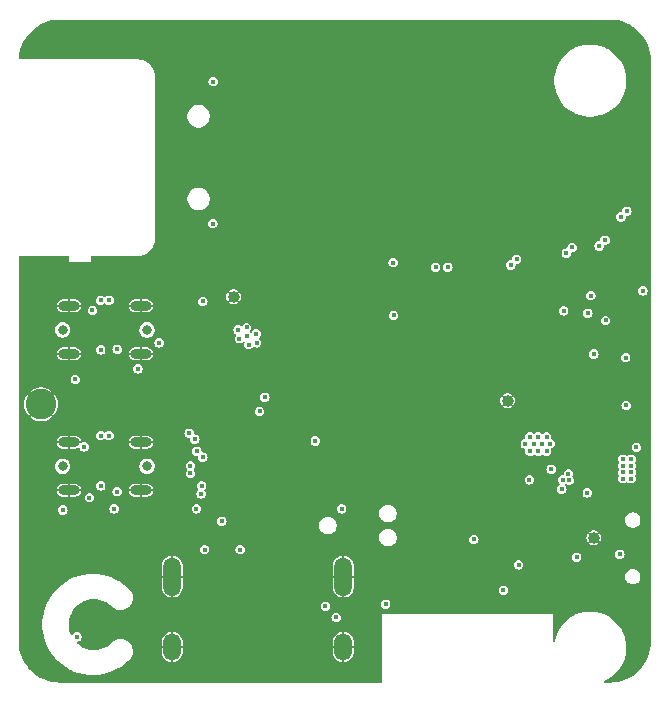
<source format=gbr>
%TF.GenerationSoftware,KiCad,Pcbnew,8.0.7*%
%TF.CreationDate,2024-12-17T15:38:31+01:00*%
%TF.ProjectId,CM5_MINIMA,434d355f-4d49-44e4-994d-412e6b696361,rev?*%
%TF.SameCoordinates,Original*%
%TF.FileFunction,Copper,L3,Inr*%
%TF.FilePolarity,Positive*%
%FSLAX46Y46*%
G04 Gerber Fmt 4.6, Leading zero omitted, Abs format (unit mm)*
G04 Created by KiCad (PCBNEW 8.0.7) date 2024-12-17 15:38:31*
%MOMM*%
%LPD*%
G01*
G04 APERTURE LIST*
%TA.AperFunction,ComponentPad*%
%ADD10C,1.000000*%
%TD*%
%TA.AperFunction,ComponentPad*%
%ADD11C,2.600000*%
%TD*%
%TA.AperFunction,ComponentPad*%
%ADD12C,0.800000*%
%TD*%
%TA.AperFunction,ComponentPad*%
%ADD13O,1.800000X0.860000*%
%TD*%
%TA.AperFunction,ComponentPad*%
%ADD14O,1.500000X3.300000*%
%TD*%
%TA.AperFunction,ComponentPad*%
%ADD15O,1.500000X2.300000*%
%TD*%
%TA.AperFunction,ViaPad*%
%ADD16C,0.450000*%
%TD*%
G04 APERTURE END LIST*
D10*
%TO.N,GND*%
%TO.C,TP104*%
X18750000Y33200000D03*
%TD*%
D11*
%TO.N,GND*%
%TO.C,H101*%
X2450000Y24100000D03*
%TD*%
D12*
%TO.N,*%
%TO.C,J101*%
X11430000Y30400000D03*
X4270000Y30400000D03*
D13*
%TO.N,GND*%
X10900000Y28370000D03*
X10900000Y32430000D03*
X4800000Y28370000D03*
X4800000Y32430000D03*
%TD*%
D10*
%TO.N,GND*%
%TO.C,TP105*%
X41950000Y24400000D03*
%TD*%
D14*
%TO.N,GND*%
%TO.C,J501*%
X28050000Y9500000D03*
X13550000Y9500000D03*
D15*
X13550000Y3540000D03*
X28050000Y3540000D03*
%TD*%
D12*
%TO.N,*%
%TO.C,USB701*%
X11430000Y18850000D03*
X4270000Y18850000D03*
D13*
%TO.N,GND*%
X10900000Y16820000D03*
X10900000Y20880000D03*
X4800000Y16820000D03*
X4800000Y20880000D03*
%TD*%
D10*
%TO.N,GND*%
%TO.C,TP106*%
X49250000Y12800000D03*
%TD*%
D16*
%TO.N,GND*%
X6650000Y3700000D03*
X40650000Y43750000D03*
X7300000Y55200000D03*
X14650000Y33600000D03*
X22950000Y41400000D03*
X40100000Y10300000D03*
X7300000Y25800000D03*
X37500000Y48750000D03*
X18300000Y26150000D03*
X9900000Y13800000D03*
X16300000Y22800000D03*
X27850000Y46350000D03*
X40600000Y48750000D03*
X11100000Y17900000D03*
X48150000Y37200000D03*
X16150000Y33550000D03*
X34300000Y39300000D03*
X28100000Y39300000D03*
X49550000Y22850000D03*
X4650000Y19800000D03*
X31050000Y5150000D03*
X15850000Y17900000D03*
X34100000Y46350000D03*
X17800000Y17350000D03*
X52000000Y13450000D03*
X47100000Y34050000D03*
X34400000Y41400000D03*
X49400000Y33900000D03*
X47250000Y38100000D03*
X44500000Y6700000D03*
X26550000Y20510000D03*
X31350000Y39300000D03*
X51000000Y35350000D03*
X13200000Y16800000D03*
X50900000Y37650000D03*
X20750000Y17100000D03*
X35900000Y17700000D03*
X32200000Y6650000D03*
X22550000Y14550000D03*
X43600000Y16900000D03*
X28050000Y43800000D03*
X52550000Y6950000D03*
X47150000Y34800000D03*
X17700000Y22800000D03*
X31050000Y900000D03*
X9550000Y15550000D03*
X37500000Y43800000D03*
X13750000Y42900000D03*
X4550000Y33950000D03*
X27100000Y15100000D03*
X52700000Y45300000D03*
X51850000Y39200000D03*
X26900000Y32300000D03*
X44200000Y15600000D03*
X51500000Y10400000D03*
X49100000Y44750000D03*
X15900000Y14700000D03*
X23000000Y46350000D03*
X13250000Y19200000D03*
X16050000Y15700000D03*
X50350000Y47550000D03*
X34400000Y48750000D03*
X13200000Y20400000D03*
X49400000Y31650000D03*
X4600000Y31350000D03*
X25300000Y48900000D03*
X25050000Y43800000D03*
X23800000Y34250000D03*
X43250000Y10000000D03*
X37600000Y25750000D03*
X47200000Y30800000D03*
X45900000Y35500000D03*
X24850000Y39300000D03*
X40300000Y46350000D03*
X48650000Y23250000D03*
X42100000Y39100000D03*
X6750000Y33250000D03*
X31150000Y48750000D03*
X2150000Y54550000D03*
X46250000Y6000000D03*
X28150000Y41400000D03*
X21650000Y25300000D03*
X21800000Y11900000D03*
X9200000Y11650000D03*
X26000000Y7400000D03*
X43850000Y37700000D03*
X40800000Y41150000D03*
X40200000Y15900000D03*
X38200000Y41350000D03*
X21250000Y53700000D03*
X42050000Y7850000D03*
X9250000Y11100000D03*
X46650000Y39600000D03*
X51100000Y42800000D03*
X21650000Y49550000D03*
X46750000Y47000000D03*
X31150000Y41400000D03*
X23300000Y11900000D03*
X28150000Y48750000D03*
X42450000Y35200000D03*
X24800000Y11950000D03*
X51750000Y28850000D03*
X6862190Y32671901D03*
X40250000Y6700000D03*
X17700000Y27600000D03*
X30500000Y15300000D03*
X14850000Y27900000D03*
X40850000Y53650000D03*
X47150000Y26800000D03*
X5800000Y12150000D03*
X42550000Y37100000D03*
X25900000Y17700000D03*
X51950000Y41300000D03*
X3950000Y55750000D03*
X42500000Y15650000D03*
X37600000Y16400000D03*
X17350000Y11950000D03*
X50050000Y38700000D03*
X34550000Y43800000D03*
X9300000Y10550000D03*
X47150000Y28300000D03*
X52850000Y40200000D03*
X4600000Y29450000D03*
X45650000Y44400000D03*
X46550000Y36250000D03*
X4650000Y17900000D03*
X20300000Y11900000D03*
X17000000Y52200000D03*
X18800000Y19000000D03*
X31050000Y3050000D03*
X41700000Y15650000D03*
X49450000Y36750000D03*
X43800000Y42300000D03*
X15200000Y16350000D03*
X35700000Y6650000D03*
X27800000Y35900000D03*
X8750000Y33250000D03*
X16250000Y27600000D03*
X13200000Y18000000D03*
X31300000Y43800000D03*
X32700000Y30960000D03*
X21100000Y49550000D03*
X51850000Y23300000D03*
X21850000Y39300000D03*
X11100000Y31350000D03*
X53550000Y32750000D03*
X24050000Y14550000D03*
X7750000Y11700000D03*
X46200000Y37100000D03*
X47150000Y24850000D03*
X6700000Y7000000D03*
X37450000Y39250000D03*
X22200000Y49550000D03*
X48000000Y42000000D03*
X20600000Y22950000D03*
X18750000Y12550000D03*
X11100000Y19800000D03*
X43750000Y48700000D03*
X13500000Y55000000D03*
X43450000Y36150000D03*
X52650000Y33600000D03*
X46300000Y13500000D03*
X48850000Y32500000D03*
X13250000Y21600000D03*
X15150000Y24000000D03*
X48600000Y26850000D03*
X28050000Y6600000D03*
X50750000Y40200000D03*
X8750000Y32450000D03*
X1800000Y35650000D03*
X43450000Y46300000D03*
X48700000Y15600000D03*
X40700000Y10300000D03*
X37350000Y46350000D03*
X18800000Y20850000D03*
X25150000Y46350000D03*
X34650000Y53650000D03*
X49450000Y27650000D03*
X13250000Y22800000D03*
X30850000Y46350000D03*
X16100000Y20850000D03*
X50750000Y12550000D03*
X22450000Y21100000D03*
X48950000Y37750000D03*
X5650000Y6550000D03*
X21050000Y14550000D03*
X15350000Y22400000D03*
X20750000Y19200000D03*
X41500000Y36100000D03*
X46800000Y14200000D03*
X13800000Y46800000D03*
X51850000Y33450000D03*
X22800000Y49550000D03*
X18800000Y22550000D03*
X51850000Y35150000D03*
X17800000Y15800000D03*
X51950000Y30750000D03*
X25200000Y41400000D03*
%TO.N,/CM5/ETH_PI.TRD3_P*%
X51552512Y39952512D03*
%TO.N,/CM5/ETH_PI.TRD0_P*%
X42215626Y35889398D03*
%TO.N,/CM5/ETH_PI.TRD1_P*%
X46921790Y36883234D03*
%TO.N,/CM5/ETH_PI.TRD2_P*%
X49702512Y37502512D03*
%TO.N,/CM5/nLED_ACTIVITY*%
X49250000Y28350000D03*
%TO.N,/CM5/GPIO_VREF*%
X45650000Y18600000D03*
%TO.N,/CM5/EEPROM_nWP*%
X48750000Y31800000D03*
%TO.N,/CM5/PI_nLED_PWR*%
X52850000Y20450000D03*
%TO.N,/CM5/GLOBAL_EN*%
X51450000Y11400000D03*
%TO.N,/CM5/nLED_SPEED_100_1000*%
X53400000Y33700000D03*
%TO.N,/SCL*%
X25670000Y20990000D03*
X41600000Y8350000D03*
X27440000Y6050000D03*
%TO.N,/SDA*%
X26530000Y7000000D03*
X42875000Y10500000D03*
%TO.N,/CM5/HDMI_PI.HDMI0_D2_P*%
X14981641Y21641442D03*
%TO.N,/CM5/HDMI_PI.HDMI0_CEC*%
X19310000Y11800000D03*
%TO.N,/CM5/HDMI_PI.HDMI0_HOTPLUG*%
X16300000Y11800000D03*
%TO.N,/CM5/HDMI_PI.HDMI0_D1_N*%
X16144681Y19627736D03*
%TO.N,/CM5/HDMI_PI.HDMI0_D2_N*%
X15478739Y21144344D03*
%TO.N,/CM5/PWR_BUT*%
X48700000Y16600000D03*
%TO.N,/CM5/HDMI_PI.HDMI0_CK_P*%
X16050000Y17200000D03*
%TO.N,/CM5/HDMI_PI.HDMI0_D1_P*%
X15647583Y20124834D03*
%TO.N,/CM5/HDMI_PI.HDMI0_D0_P*%
X15101349Y18872889D03*
%TO.N,/CM5/HDMI_PI.HDMI0_CK_N*%
X16014923Y16514923D03*
%TO.N,/CM5/VBUS_EN*%
X16150000Y32800000D03*
X8650000Y15250000D03*
X4300000Y15150000D03*
%TO.N,/CM5/HDMI_PI.HDMI0_SDA*%
X17750000Y14200000D03*
%TO.N,/CM5/HDMI_PI.HDMI0_D0_N*%
X15099995Y18247888D03*
%TO.N,/CM5/PWM*%
X50250000Y31200000D03*
%TO.N,/CM5/TACHO*%
X46700000Y32000000D03*
%TO.N,/CM5/HDMI_PI.HDMI0_SCL*%
X15611639Y15254503D03*
%TO.N,/USB_C.D_P*%
X7498500Y32901410D03*
%TO.N,/CC2*%
X6800000Y32050000D03*
X20950000Y23500000D03*
X10650000Y27100000D03*
%TO.N,/USB_C.D_N*%
X7500000Y28700000D03*
X8201500Y32901410D03*
%TO.N,/CC1*%
X12450000Y29300000D03*
X8900000Y28750000D03*
X21400000Y24700000D03*
%TO.N,+5V*%
X44550000Y21350000D03*
X52400000Y19450000D03*
X43850000Y21350000D03*
X52400000Y18900000D03*
X51950000Y28050000D03*
X19850000Y30600000D03*
X19150000Y30395000D03*
X43850000Y20100000D03*
X51700000Y19450000D03*
X20050000Y29150000D03*
X43450000Y20750000D03*
X45250000Y21350000D03*
X20700000Y29300000D03*
X44150000Y20750000D03*
X52400000Y17800000D03*
X45550000Y20750000D03*
X51700000Y18900000D03*
X51700000Y17800000D03*
X52000000Y24000000D03*
X45250000Y20100000D03*
X44550000Y20100000D03*
X52400000Y18350000D03*
X51700000Y18350000D03*
X19900000Y29850000D03*
X20650000Y30050000D03*
X44850000Y20750000D03*
X19250000Y29650000D03*
%TO.N,+3V3*%
X39100000Y12650000D03*
X32300000Y31625000D03*
X32260000Y36100000D03*
X31625000Y7175000D03*
X47800000Y11150000D03*
X46600000Y17700000D03*
X47150000Y17650000D03*
X17025000Y51425000D03*
X47100000Y18200000D03*
X27900000Y15250000D03*
X17000000Y39400000D03*
X5482109Y4410903D03*
X43800000Y17700000D03*
%TO.N,+1V8*%
X46550000Y16900000D03*
%TO.N,/CM5/ETH_nLED_ACTIVITY*%
X49000000Y33300000D03*
%TO.N,/CM5/ETH_PI.TRD0_N*%
X42710602Y36384374D03*
%TO.N,/CM5/ETH_PI.TRD2_N*%
X50197488Y37997488D03*
%TO.N,/CM5/ETH_PI.TRD1_N*%
X47416766Y37378210D03*
%TO.N,/CM5/ETH_PI.TRD3_N*%
X52047488Y40447488D03*
%TO.N,/LoRaWAN/UART2_RX*%
X36900000Y35700000D03*
%TO.N,/LoRaWAN/UART2_TX*%
X35850000Y35700000D03*
%TO.N,/USB/VBUS*%
X6550000Y16200000D03*
X6100000Y20500000D03*
%TO.N,/USB/CC1*%
X8900000Y16700000D03*
X5350000Y26200000D03*
%TO.N,/CM5/USB2P.D_P*%
X7500000Y21450000D03*
%TO.N,/CM5/USB2P.D_N*%
X8200000Y21450000D03*
X7500000Y17200000D03*
%TD*%
%TA.AperFunction,Conductor*%
%TO.N,GND*%
G36*
X50535684Y56669499D02*
G01*
X50599757Y56669500D01*
X50603387Y56669411D01*
X50622963Y56668450D01*
X50940973Y56652829D01*
X50948173Y56652120D01*
X51280709Y56602795D01*
X51287824Y56601379D01*
X51613922Y56519698D01*
X51620836Y56517601D01*
X51937358Y56404349D01*
X51944066Y56401570D01*
X52144517Y56306766D01*
X52247958Y56257843D01*
X52254335Y56254435D01*
X52542690Y56081604D01*
X52548722Y56077573D01*
X52818727Y55877326D01*
X52824341Y55872719D01*
X53073423Y55646966D01*
X53078550Y55641839D01*
X53304307Y55392756D01*
X53308907Y55387151D01*
X53509154Y55117149D01*
X53513189Y55111111D01*
X53686013Y54822773D01*
X53689436Y54816368D01*
X53833159Y54512493D01*
X53835938Y54505784D01*
X53949186Y54189278D01*
X53951294Y54182329D01*
X54032974Y53856250D01*
X54034391Y53849127D01*
X54083715Y53516611D01*
X54084427Y53509384D01*
X54100984Y53172362D01*
X54101073Y53168731D01*
X54101073Y4031820D01*
X54100984Y4028189D01*
X54084400Y3690619D01*
X54083688Y3683392D01*
X54034363Y3350877D01*
X54032946Y3343755D01*
X53951270Y3017682D01*
X53949162Y3010732D01*
X53835913Y2694227D01*
X53833134Y2687518D01*
X53689412Y2383645D01*
X53685989Y2377240D01*
X53513167Y2088905D01*
X53509132Y2082867D01*
X53308890Y1812873D01*
X53304283Y1807259D01*
X53078529Y1558180D01*
X53073394Y1553046D01*
X52824334Y1327312D01*
X52818720Y1322704D01*
X52548702Y1122447D01*
X52542664Y1118413D01*
X52254344Y945602D01*
X52247940Y942179D01*
X51944057Y798456D01*
X51937348Y795677D01*
X51620849Y682433D01*
X51613899Y680325D01*
X51287821Y598648D01*
X51280698Y597231D01*
X50948185Y547910D01*
X50940958Y547198D01*
X50602840Y530590D01*
X50599210Y530501D01*
X50531155Y530501D01*
X50531139Y530500D01*
X50135321Y530500D01*
X50082995Y552174D01*
X50061321Y604500D01*
X50082995Y656826D01*
X50110881Y674347D01*
X50119208Y677261D01*
X50119212Y677264D01*
X50119215Y677264D01*
X50427910Y825924D01*
X50718018Y1008211D01*
X50985893Y1221834D01*
X51228166Y1464107D01*
X51441789Y1731982D01*
X51624076Y2022090D01*
X51772736Y2330785D01*
X51772736Y2330788D01*
X51772739Y2330792D01*
X51853177Y2560675D01*
X51885897Y2654183D01*
X51962139Y2988217D01*
X52000500Y3328688D01*
X52000500Y3671312D01*
X51962139Y4011783D01*
X51913445Y4225124D01*
X51885898Y4345813D01*
X51885892Y4345831D01*
X51772739Y4669209D01*
X51723968Y4770483D01*
X51624076Y4977910D01*
X51441789Y5268018D01*
X51228166Y5535893D01*
X50985893Y5778166D01*
X50718018Y5991789D01*
X50427910Y6174076D01*
X50425360Y6175304D01*
X50119208Y6322740D01*
X49795830Y6435893D01*
X49795812Y6435899D01*
X49461786Y6512139D01*
X49315866Y6528580D01*
X49121312Y6550500D01*
X48778688Y6550500D01*
X48608452Y6531320D01*
X48438213Y6512139D01*
X48104187Y6435899D01*
X48104169Y6435893D01*
X47780791Y6322740D01*
X47472091Y6174077D01*
X47181981Y5991789D01*
X46914103Y5778163D01*
X46671837Y5535897D01*
X46458211Y5268019D01*
X46275923Y4977909D01*
X46127260Y4669209D01*
X46014107Y4345831D01*
X46014101Y4345813D01*
X45946145Y4048077D01*
X45913370Y4001886D01*
X45857533Y3992399D01*
X45811342Y4025174D01*
X45800000Y4064544D01*
X45800000Y6350000D01*
X31350000Y6350000D01*
X31350000Y604500D01*
X31328326Y552174D01*
X31276000Y530500D01*
X4051819Y530500D01*
X4048188Y530589D01*
X3710617Y547173D01*
X3703390Y547885D01*
X3370873Y597210D01*
X3363751Y598627D01*
X3051191Y676919D01*
X3037677Y680304D01*
X3030728Y682411D01*
X2714221Y795660D01*
X2707512Y798439D01*
X2403637Y942161D01*
X2397232Y945584D01*
X2108896Y1118406D01*
X2102858Y1122441D01*
X1832857Y1322688D01*
X1827244Y1327295D01*
X1578173Y1553039D01*
X1573038Y1558174D01*
X1526447Y1609579D01*
X1347294Y1807245D01*
X1342687Y1812858D01*
X1142440Y2082859D01*
X1138405Y2088897D01*
X1119999Y2119606D01*
X965579Y2377241D01*
X962160Y2383638D01*
X952164Y2404772D01*
X818436Y2687518D01*
X815659Y2694222D01*
X805302Y2723168D01*
X702406Y3010742D01*
X700306Y3017665D01*
X618625Y3343755D01*
X617209Y3350874D01*
X610082Y3398922D01*
X567882Y3683406D01*
X567173Y3690604D01*
X550733Y4025257D01*
X550589Y4028189D01*
X550500Y4031820D01*
X550500Y5657486D01*
X2564869Y5657486D01*
X2564869Y5248693D01*
X2603780Y4841770D01*
X2603782Y4841753D01*
X2660133Y4549769D01*
X2681246Y4440376D01*
X2788917Y4074197D01*
X2796567Y4048179D01*
X2948687Y3668758D01*
X2948692Y3668749D01*
X3136225Y3305546D01*
X3136229Y3305539D01*
X3136235Y3305528D01*
X3254304Y3122114D01*
X3321529Y3017682D01*
X3357503Y2961799D01*
X3610483Y2640691D01*
X3881160Y2357384D01*
X3892887Y2345110D01*
X3892890Y2345108D01*
X4202115Y2077774D01*
X4202119Y2077771D01*
X4202123Y2077768D01*
X4535411Y1841065D01*
X4724953Y1731982D01*
X4889719Y1637157D01*
X5063348Y1558180D01*
X5261820Y1467902D01*
X5261825Y1467901D01*
X5261828Y1467899D01*
X5648330Y1334836D01*
X5648345Y1334831D01*
X6045780Y1239153D01*
X6450519Y1181738D01*
X6858884Y1163107D01*
X7267169Y1183429D01*
X7671665Y1242520D01*
X8068701Y1339843D01*
X8454672Y1474514D01*
X8826072Y1645311D01*
X9179529Y1850682D01*
X9511834Y2088764D01*
X9819969Y2357393D01*
X9914912Y2457583D01*
X9925178Y2466182D01*
X9927558Y2468242D01*
X9927563Y2468244D01*
X9965274Y2510673D01*
X9966861Y2512401D01*
X10005884Y2553584D01*
X10005886Y2553590D01*
X10007909Y2556377D01*
X10015398Y2567060D01*
X10035024Y2589148D01*
X10133825Y2753464D01*
X10200669Y2933167D01*
X10233268Y3122108D01*
X10230506Y3313821D01*
X10192478Y3501745D01*
X10163919Y3572238D01*
X10120488Y3679443D01*
X10120486Y3679448D01*
X10016993Y3840850D01*
X9918158Y3945792D01*
X9885546Y3980420D01*
X9885543Y3980422D01*
X9885540Y3980426D01*
X9822127Y4026672D01*
X12670000Y4026672D01*
X12670000Y3618500D01*
X13100000Y3618500D01*
X13100000Y3461500D01*
X12670000Y3461500D01*
X12670000Y3053329D01*
X12703816Y2883320D01*
X12703818Y2883313D01*
X12770152Y2723168D01*
X12866458Y2579034D01*
X12989033Y2456459D01*
X13133167Y2360153D01*
X13293312Y2293819D01*
X13293319Y2293817D01*
X13463329Y2260000D01*
X13471500Y2260000D01*
X13471500Y2695160D01*
X13490756Y2690000D01*
X13609244Y2690000D01*
X13628500Y2695160D01*
X13628500Y2260000D01*
X13636671Y2260000D01*
X13806680Y2293817D01*
X13806687Y2293819D01*
X13966832Y2360153D01*
X14110966Y2456459D01*
X14110968Y2456460D01*
X14233540Y2579032D01*
X14233541Y2579034D01*
X14329847Y2723168D01*
X14396181Y2883313D01*
X14396183Y2883320D01*
X14430000Y3053329D01*
X14430000Y3461500D01*
X14000000Y3461500D01*
X14000000Y3618500D01*
X14430000Y3618500D01*
X14430000Y4026672D01*
X27170000Y4026672D01*
X27170000Y3618500D01*
X27600000Y3618500D01*
X27600000Y3461500D01*
X27170000Y3461500D01*
X27170000Y3053329D01*
X27203816Y2883320D01*
X27203818Y2883313D01*
X27270152Y2723168D01*
X27366458Y2579034D01*
X27489033Y2456459D01*
X27633167Y2360153D01*
X27793312Y2293819D01*
X27793319Y2293817D01*
X27963329Y2260000D01*
X27971500Y2260000D01*
X27971500Y2695160D01*
X27990756Y2690000D01*
X28109244Y2690000D01*
X28128500Y2695160D01*
X28128500Y2260000D01*
X28136671Y2260000D01*
X28306680Y2293817D01*
X28306687Y2293819D01*
X28466832Y2360153D01*
X28610966Y2456459D01*
X28610968Y2456460D01*
X28733540Y2579032D01*
X28733541Y2579034D01*
X28829847Y2723168D01*
X28896181Y2883313D01*
X28896183Y2883320D01*
X28930000Y3053329D01*
X28930000Y3461500D01*
X28500000Y3461500D01*
X28500000Y3618500D01*
X28930000Y3618500D01*
X28930000Y4026672D01*
X28896183Y4196681D01*
X28896181Y4196688D01*
X28829847Y4356833D01*
X28733541Y4500967D01*
X28610966Y4623542D01*
X28466832Y4719848D01*
X28306687Y4786182D01*
X28306680Y4786184D01*
X28136671Y4820000D01*
X28128500Y4820000D01*
X28128500Y4384841D01*
X28109244Y4390000D01*
X27990756Y4390000D01*
X27971500Y4384841D01*
X27971500Y4820000D01*
X27963329Y4820000D01*
X27793319Y4786184D01*
X27793312Y4786182D01*
X27633167Y4719848D01*
X27489033Y4623542D01*
X27489032Y4623540D01*
X27366460Y4500968D01*
X27366458Y4500967D01*
X27270152Y4356833D01*
X27203818Y4196688D01*
X27203816Y4196681D01*
X27170000Y4026672D01*
X14430000Y4026672D01*
X14396183Y4196681D01*
X14396181Y4196688D01*
X14329847Y4356833D01*
X14233541Y4500967D01*
X14110966Y4623542D01*
X13966832Y4719848D01*
X13806687Y4786182D01*
X13806680Y4786184D01*
X13636671Y4820000D01*
X13628500Y4820000D01*
X13628500Y4384841D01*
X13609244Y4390000D01*
X13490756Y4390000D01*
X13471500Y4384841D01*
X13471500Y4820000D01*
X13463329Y4820000D01*
X13293319Y4786184D01*
X13293312Y4786182D01*
X13133167Y4719848D01*
X12989033Y4623542D01*
X12989032Y4623540D01*
X12866460Y4500968D01*
X12866458Y4500967D01*
X12770152Y4356833D01*
X12703818Y4196688D01*
X12703816Y4196681D01*
X12670000Y4026672D01*
X9822127Y4026672D01*
X9820047Y4028189D01*
X9730629Y4093400D01*
X9730625Y4093402D01*
X9557558Y4175907D01*
X9557555Y4175908D01*
X9372247Y4225124D01*
X9181044Y4239364D01*
X9181042Y4239364D01*
X9181040Y4239364D01*
X9181035Y4239364D01*
X8990497Y4218142D01*
X8990486Y4218140D01*
X8807103Y4162180D01*
X8807102Y4162179D01*
X8637168Y4073401D01*
X8486486Y3954832D01*
X8446150Y3908758D01*
X8438435Y3901150D01*
X8235448Y3728388D01*
X8227497Y3722490D01*
X7993729Y3572238D01*
X7985062Y3567455D01*
X7733339Y3449755D01*
X7724111Y3446171D01*
X7458925Y3363122D01*
X7449301Y3360802D01*
X7175407Y3313893D01*
X7165559Y3312878D01*
X6887848Y3302949D01*
X6877954Y3303258D01*
X6601408Y3330484D01*
X6591642Y3332111D01*
X6321207Y3396007D01*
X6311747Y3398922D01*
X6052250Y3498347D01*
X6043263Y3502500D01*
X5799369Y3635667D01*
X5791021Y3640979D01*
X5567082Y3805510D01*
X5559514Y3811892D01*
X5483181Y3885544D01*
X5460575Y3937474D01*
X5481310Y3990179D01*
X5522985Y4011886D01*
X5607413Y4025257D01*
X5720451Y4082853D01*
X5810159Y4172561D01*
X5867755Y4285599D01*
X5887601Y4410903D01*
X5867755Y4536207D01*
X5810159Y4649245D01*
X5720451Y4738953D01*
X5607413Y4796549D01*
X5607411Y4796550D01*
X5607410Y4796550D01*
X5482109Y4816395D01*
X5356807Y4796550D01*
X5243765Y4738952D01*
X5154059Y4649246D01*
X5119850Y4582107D01*
X5076783Y4545325D01*
X5020320Y4549769D01*
X4985805Y4586775D01*
X4919944Y4741843D01*
X4916692Y4751193D01*
X4843173Y5019172D01*
X4841198Y5028872D01*
X4804103Y5304288D01*
X4803442Y5314139D01*
X4803442Y5592035D01*
X4804104Y5601911D01*
X4841194Y5877313D01*
X4843169Y5887014D01*
X4887883Y6050000D01*
X27034508Y6050000D01*
X27054353Y5924699D01*
X27054353Y5924698D01*
X27054354Y5924696D01*
X27111950Y5811658D01*
X27201658Y5721950D01*
X27314696Y5664354D01*
X27440000Y5644508D01*
X27565304Y5664354D01*
X27678342Y5721950D01*
X27768050Y5811658D01*
X27825646Y5924696D01*
X27845492Y6050000D01*
X27825646Y6175304D01*
X27768050Y6288342D01*
X27678342Y6378050D01*
X27565304Y6435646D01*
X27565302Y6435647D01*
X27565301Y6435647D01*
X27440000Y6455492D01*
X27314698Y6435647D01*
X27201656Y6378049D01*
X27111951Y6288344D01*
X27054353Y6175302D01*
X27034508Y6050000D01*
X4887883Y6050000D01*
X4916688Y6154996D01*
X4919934Y6164332D01*
X5028578Y6420138D01*
X5033032Y6428935D01*
X5174848Y6667950D01*
X5180437Y6676076D01*
X5352884Y6894017D01*
X5359513Y6901331D01*
X5559503Y7094300D01*
X5567060Y7100673D01*
X5791011Y7265216D01*
X5799345Y7270520D01*
X6043264Y7403703D01*
X6052234Y7407847D01*
X6311728Y7507274D01*
X6321181Y7510188D01*
X6591643Y7574090D01*
X6601375Y7575712D01*
X6877942Y7602944D01*
X6887830Y7603252D01*
X7165557Y7593323D01*
X7175380Y7592311D01*
X7449295Y7545402D01*
X7458903Y7543085D01*
X7724107Y7460032D01*
X7733315Y7456456D01*
X7985058Y7338749D01*
X7993707Y7333976D01*
X8227487Y7183720D01*
X8235427Y7177830D01*
X8326080Y7100677D01*
X8438423Y7005063D01*
X8446141Y6997452D01*
X8486464Y6951389D01*
X8637135Y6832822D01*
X8637141Y6832818D01*
X8773340Y6761658D01*
X8807078Y6744031D01*
X8913497Y6711555D01*
X8990462Y6688066D01*
X8990464Y6688066D01*
X8990466Y6688065D01*
X9181024Y6666837D01*
X9372232Y6681074D01*
X9557546Y6730288D01*
X9730623Y6812796D01*
X9885540Y6925774D01*
X9955446Y7000000D01*
X26124508Y7000000D01*
X26144353Y6874699D01*
X26144353Y6874698D01*
X26144354Y6874696D01*
X26201950Y6761658D01*
X26291658Y6671950D01*
X26404696Y6614354D01*
X26530000Y6594508D01*
X26655304Y6614354D01*
X26768342Y6671950D01*
X26858050Y6761658D01*
X26915646Y6874696D01*
X26935492Y7000000D01*
X26915646Y7125304D01*
X26890325Y7175000D01*
X31219508Y7175000D01*
X31239353Y7049699D01*
X31239353Y7049698D01*
X31239354Y7049696D01*
X31296950Y6936658D01*
X31386658Y6846950D01*
X31499696Y6789354D01*
X31625000Y6769508D01*
X31750304Y6789354D01*
X31863342Y6846950D01*
X31953050Y6936658D01*
X32010646Y7049696D01*
X32030492Y7175000D01*
X32010646Y7300304D01*
X31953050Y7413342D01*
X31863342Y7503050D01*
X31750304Y7560646D01*
X31750302Y7560647D01*
X31750301Y7560647D01*
X31625000Y7580492D01*
X31499698Y7560647D01*
X31386656Y7503049D01*
X31296951Y7413344D01*
X31239353Y7300302D01*
X31219508Y7175000D01*
X26890325Y7175000D01*
X26858050Y7238342D01*
X26768342Y7328050D01*
X26655304Y7385646D01*
X26655302Y7385647D01*
X26655301Y7385647D01*
X26530000Y7405492D01*
X26404698Y7385647D01*
X26291656Y7328049D01*
X26201951Y7238344D01*
X26144353Y7125302D01*
X26124508Y7000000D01*
X9955446Y7000000D01*
X10016996Y7065354D01*
X10120490Y7226761D01*
X10192482Y7404469D01*
X10194278Y7413342D01*
X10203425Y7458553D01*
X10230508Y7592398D01*
X10233266Y7784116D01*
X10200661Y7973060D01*
X10133810Y8152766D01*
X10035001Y8317083D01*
X10029127Y8323694D01*
X10015433Y8339107D01*
X10007564Y8350327D01*
X10005884Y8352643D01*
X10005883Y8352646D01*
X10005880Y8352649D01*
X10005878Y8352652D01*
X9966851Y8393839D01*
X9965281Y8395549D01*
X9927548Y8437997D01*
X9927547Y8437998D01*
X9927545Y8438000D01*
X9925606Y8439678D01*
X9914834Y8448700D01*
X9819953Y8548823D01*
X9805919Y8561058D01*
X9511821Y8817447D01*
X9511818Y8817449D01*
X9511816Y8817451D01*
X9179509Y9055530D01*
X9179501Y9055536D01*
X8826054Y9260898D01*
X8826051Y9260900D01*
X8655255Y9339444D01*
X8454649Y9431696D01*
X8068680Y9566364D01*
X7671643Y9663684D01*
X7267150Y9722773D01*
X7063003Y9732933D01*
X6858861Y9743093D01*
X6858858Y9743093D01*
X6858857Y9743093D01*
X6450498Y9724461D01*
X6045773Y9667046D01*
X6045764Y9667044D01*
X6045758Y9667043D01*
X5883840Y9628063D01*
X5648311Y9571361D01*
X5261807Y9438293D01*
X5261796Y9438288D01*
X4889699Y9269033D01*
X4535386Y9065119D01*
X4202107Y8828421D01*
X3892853Y8561058D01*
X3892848Y8561054D01*
X3610478Y8265504D01*
X3610475Y8265501D01*
X3357486Y7944379D01*
X3192024Y7687337D01*
X3136223Y7600652D01*
X3088009Y7507272D01*
X2948679Y7237425D01*
X2948673Y7237413D01*
X2796563Y6858009D01*
X2796558Y6857995D01*
X2681239Y6465794D01*
X2603777Y6064418D01*
X2603776Y6064416D01*
X2564869Y5657486D01*
X550500Y5657486D01*
X550500Y10486672D01*
X12670000Y10486672D01*
X12670000Y9578500D01*
X13100000Y9578500D01*
X13100000Y9421500D01*
X12670000Y9421500D01*
X12670000Y8513329D01*
X12703816Y8343320D01*
X12703818Y8343313D01*
X12770152Y8183168D01*
X12866458Y8039034D01*
X12989033Y7916459D01*
X13133167Y7820153D01*
X13293312Y7753819D01*
X13293319Y7753817D01*
X13463329Y7720000D01*
X13471500Y7720000D01*
X13471500Y8155160D01*
X13490756Y8150000D01*
X13609244Y8150000D01*
X13628500Y8155160D01*
X13628500Y7720000D01*
X13636671Y7720000D01*
X13806680Y7753817D01*
X13806687Y7753819D01*
X13966832Y7820153D01*
X14110966Y7916459D01*
X14110968Y7916460D01*
X14233540Y8039032D01*
X14233541Y8039034D01*
X14329847Y8183168D01*
X14396181Y8343313D01*
X14396183Y8343320D01*
X14430000Y8513329D01*
X14430000Y9421500D01*
X14000000Y9421500D01*
X14000000Y9578500D01*
X14430000Y9578500D01*
X14430000Y10486672D01*
X27170000Y10486672D01*
X27170000Y9578500D01*
X27600000Y9578500D01*
X27600000Y9421500D01*
X27170000Y9421500D01*
X27170000Y8513329D01*
X27203816Y8343320D01*
X27203818Y8343313D01*
X27270152Y8183168D01*
X27366458Y8039034D01*
X27489033Y7916459D01*
X27633167Y7820153D01*
X27793312Y7753819D01*
X27793319Y7753817D01*
X27963329Y7720000D01*
X27971500Y7720000D01*
X27971500Y8155160D01*
X27990756Y8150000D01*
X28109244Y8150000D01*
X28128500Y8155160D01*
X28128500Y7720000D01*
X28136671Y7720000D01*
X28306680Y7753817D01*
X28306687Y7753819D01*
X28466832Y7820153D01*
X28610966Y7916459D01*
X28610968Y7916460D01*
X28733540Y8039032D01*
X28733541Y8039034D01*
X28829847Y8183168D01*
X28896181Y8343313D01*
X28896183Y8343320D01*
X28897512Y8350000D01*
X41194508Y8350000D01*
X41214353Y8224699D01*
X41214353Y8224698D01*
X41214354Y8224696D01*
X41271950Y8111658D01*
X41361658Y8021950D01*
X41474696Y7964354D01*
X41600000Y7944508D01*
X41725304Y7964354D01*
X41838342Y8021950D01*
X41928050Y8111658D01*
X41985646Y8224696D01*
X42005492Y8350000D01*
X41985646Y8475304D01*
X41928050Y8588342D01*
X41838342Y8678050D01*
X41725304Y8735646D01*
X41725302Y8735647D01*
X41725301Y8735647D01*
X41600000Y8755492D01*
X41474698Y8735647D01*
X41361656Y8678049D01*
X41271951Y8588344D01*
X41214353Y8475302D01*
X41194508Y8350000D01*
X28897512Y8350000D01*
X28930000Y8513329D01*
X28930000Y9421500D01*
X28500000Y9421500D01*
X28500000Y9564069D01*
X51899500Y9564069D01*
X51899500Y9435931D01*
X51900343Y9431695D01*
X51924497Y9310261D01*
X51924498Y9310258D01*
X51924499Y9310256D01*
X51973535Y9191873D01*
X52044724Y9085331D01*
X52135331Y8994724D01*
X52241873Y8923535D01*
X52360256Y8874499D01*
X52360258Y8874499D01*
X52360260Y8874498D01*
X52402903Y8866016D01*
X52485931Y8849500D01*
X52485933Y8849500D01*
X52614067Y8849500D01*
X52614069Y8849500D01*
X52739744Y8874499D01*
X52858127Y8923535D01*
X52964669Y8994724D01*
X53055276Y9085331D01*
X53126465Y9191873D01*
X53175501Y9310256D01*
X53200500Y9435931D01*
X53200500Y9564069D01*
X53175501Y9689744D01*
X53126465Y9808127D01*
X53055276Y9914669D01*
X52964669Y10005276D01*
X52858127Y10076465D01*
X52858124Y10076467D01*
X52858123Y10076467D01*
X52739742Y10125502D01*
X52739739Y10125503D01*
X52649696Y10143414D01*
X52614069Y10150500D01*
X52485931Y10150500D01*
X52454726Y10144293D01*
X52360260Y10125503D01*
X52360257Y10125502D01*
X52241876Y10076467D01*
X52135331Y10005277D01*
X52135330Y10005275D01*
X52044725Y9914670D01*
X52044723Y9914669D01*
X51973533Y9808124D01*
X51924498Y9689743D01*
X51924497Y9689740D01*
X51903043Y9581883D01*
X51899500Y9564069D01*
X28500000Y9564069D01*
X28500000Y9578500D01*
X28930000Y9578500D01*
X28930000Y10486672D01*
X28927349Y10500000D01*
X42469508Y10500000D01*
X42489353Y10374699D01*
X42489353Y10374698D01*
X42489354Y10374696D01*
X42546950Y10261658D01*
X42636658Y10171950D01*
X42749696Y10114354D01*
X42875000Y10094508D01*
X43000304Y10114354D01*
X43113342Y10171950D01*
X43203050Y10261658D01*
X43260646Y10374696D01*
X43280492Y10500000D01*
X43260646Y10625304D01*
X43203050Y10738342D01*
X43113342Y10828050D01*
X43000304Y10885646D01*
X43000302Y10885647D01*
X43000301Y10885647D01*
X42875000Y10905492D01*
X42749698Y10885647D01*
X42636656Y10828049D01*
X42546951Y10738344D01*
X42489353Y10625302D01*
X42469508Y10500000D01*
X28927349Y10500000D01*
X28896183Y10656681D01*
X28896181Y10656688D01*
X28829847Y10816833D01*
X28733541Y10960967D01*
X28610966Y11083542D01*
X28511503Y11150000D01*
X47394508Y11150000D01*
X47414353Y11024699D01*
X47414353Y11024698D01*
X47414354Y11024696D01*
X47471950Y10911658D01*
X47561658Y10821950D01*
X47674696Y10764354D01*
X47800000Y10744508D01*
X47925304Y10764354D01*
X48038342Y10821950D01*
X48128050Y10911658D01*
X48185646Y11024696D01*
X48205492Y11150000D01*
X48185646Y11275304D01*
X48128050Y11388342D01*
X48116392Y11400000D01*
X51044508Y11400000D01*
X51064353Y11274699D01*
X51064353Y11274698D01*
X51064354Y11274696D01*
X51121950Y11161658D01*
X51211658Y11071950D01*
X51324696Y11014354D01*
X51450000Y10994508D01*
X51575304Y11014354D01*
X51688342Y11071950D01*
X51778050Y11161658D01*
X51835646Y11274696D01*
X51855492Y11400000D01*
X51835646Y11525304D01*
X51778050Y11638342D01*
X51688342Y11728050D01*
X51575304Y11785646D01*
X51575302Y11785647D01*
X51575301Y11785647D01*
X51450000Y11805492D01*
X51324698Y11785647D01*
X51211656Y11728049D01*
X51121951Y11638344D01*
X51064353Y11525302D01*
X51044508Y11400000D01*
X48116392Y11400000D01*
X48038342Y11478050D01*
X47925304Y11535646D01*
X47925302Y11535647D01*
X47925301Y11535647D01*
X47800000Y11555492D01*
X47674698Y11535647D01*
X47561656Y11478049D01*
X47471951Y11388344D01*
X47414353Y11275302D01*
X47394508Y11150000D01*
X28511503Y11150000D01*
X28466832Y11179848D01*
X28306687Y11246182D01*
X28306680Y11246184D01*
X28136671Y11280000D01*
X28128500Y11280000D01*
X28128500Y10844841D01*
X28109244Y10850000D01*
X27990756Y10850000D01*
X27971500Y10844841D01*
X27971500Y11280000D01*
X27963329Y11280000D01*
X27793319Y11246184D01*
X27793312Y11246182D01*
X27633167Y11179848D01*
X27489033Y11083542D01*
X27489032Y11083540D01*
X27366460Y10960968D01*
X27366458Y10960967D01*
X27270152Y10816833D01*
X27203818Y10656688D01*
X27203816Y10656681D01*
X27170000Y10486672D01*
X14430000Y10486672D01*
X14396183Y10656681D01*
X14396181Y10656688D01*
X14329847Y10816833D01*
X14233541Y10960967D01*
X14110966Y11083542D01*
X13966832Y11179848D01*
X13806687Y11246182D01*
X13806680Y11246184D01*
X13636671Y11280000D01*
X13628500Y11280000D01*
X13628500Y10844841D01*
X13609244Y10850000D01*
X13490756Y10850000D01*
X13471500Y10844841D01*
X13471500Y11280000D01*
X13463329Y11280000D01*
X13293319Y11246184D01*
X13293312Y11246182D01*
X13133167Y11179848D01*
X12989033Y11083542D01*
X12989032Y11083540D01*
X12866460Y10960968D01*
X12866458Y10960967D01*
X12770152Y10816833D01*
X12703818Y10656688D01*
X12703816Y10656681D01*
X12670000Y10486672D01*
X550500Y10486672D01*
X550500Y11800000D01*
X15894508Y11800000D01*
X15914353Y11674699D01*
X15914353Y11674698D01*
X15914354Y11674696D01*
X15971950Y11561658D01*
X16061658Y11471950D01*
X16174696Y11414354D01*
X16300000Y11394508D01*
X16425304Y11414354D01*
X16538342Y11471950D01*
X16628050Y11561658D01*
X16685646Y11674696D01*
X16705492Y11800000D01*
X18904508Y11800000D01*
X18924353Y11674699D01*
X18924353Y11674698D01*
X18924354Y11674696D01*
X18981950Y11561658D01*
X19071658Y11471950D01*
X19184696Y11414354D01*
X19310000Y11394508D01*
X19435304Y11414354D01*
X19548342Y11471950D01*
X19638050Y11561658D01*
X19695646Y11674696D01*
X19715492Y11800000D01*
X19695646Y11925304D01*
X19638050Y12038342D01*
X19548342Y12128050D01*
X19435304Y12185646D01*
X19435302Y12185647D01*
X19435301Y12185647D01*
X19310000Y12205492D01*
X19184698Y12185647D01*
X19071656Y12128049D01*
X18981951Y12038344D01*
X18924353Y11925302D01*
X18904508Y11800000D01*
X16705492Y11800000D01*
X16685646Y11925304D01*
X16628050Y12038342D01*
X16538342Y12128050D01*
X16425304Y12185646D01*
X16425302Y12185647D01*
X16425301Y12185647D01*
X16300000Y12205492D01*
X16174698Y12185647D01*
X16061656Y12128049D01*
X15971951Y12038344D01*
X15914353Y11925302D01*
X15894508Y11800000D01*
X550500Y11800000D01*
X550500Y12892455D01*
X31074200Y12892455D01*
X31074200Y12745546D01*
X31102858Y12601465D01*
X31102861Y12601454D01*
X31159078Y12465734D01*
X31195210Y12411658D01*
X31240699Y12343580D01*
X31344580Y12239699D01*
X31466731Y12158080D01*
X31602458Y12101860D01*
X31746545Y12073200D01*
X31893455Y12073200D01*
X32037542Y12101860D01*
X32173269Y12158080D01*
X32295420Y12239699D01*
X32399301Y12343580D01*
X32480920Y12465731D01*
X32537140Y12601458D01*
X32546795Y12650000D01*
X38694508Y12650000D01*
X38714353Y12524699D01*
X38714353Y12524698D01*
X38714354Y12524696D01*
X38771950Y12411658D01*
X38861658Y12321950D01*
X38974696Y12264354D01*
X39100000Y12244508D01*
X39225304Y12264354D01*
X39338342Y12321950D01*
X39428050Y12411658D01*
X39485646Y12524696D01*
X39505492Y12650000D01*
X39485646Y12775304D01*
X39473061Y12800004D01*
X48615373Y12800004D01*
X48615373Y12799997D01*
X48633812Y12648129D01*
X48633814Y12648125D01*
X48688065Y12505075D01*
X48751768Y12412786D01*
X49026141Y12687160D01*
X49038060Y12658386D01*
X49108386Y12588060D01*
X49137158Y12576143D01*
X48862574Y12301559D01*
X48889486Y12277716D01*
X48889489Y12277714D01*
X49024956Y12206615D01*
X49173502Y12170001D01*
X49173508Y12170000D01*
X49326492Y12170000D01*
X49326497Y12170001D01*
X49475043Y12206615D01*
X49610510Y12277714D01*
X49637424Y12301559D01*
X49362841Y12576143D01*
X49391614Y12588060D01*
X49461940Y12658386D01*
X49473857Y12687159D01*
X49748230Y12412786D01*
X49811935Y12505078D01*
X49866185Y12648125D01*
X49866187Y12648129D01*
X49884627Y12799997D01*
X49884627Y12800004D01*
X49866187Y12951872D01*
X49866185Y12951876D01*
X49811934Y13094926D01*
X49748231Y13187216D01*
X49473857Y12912843D01*
X49461940Y12941614D01*
X49391614Y13011940D01*
X49362840Y13023859D01*
X49637424Y13298442D01*
X49610513Y13322285D01*
X49610510Y13322287D01*
X49475043Y13393386D01*
X49326497Y13430000D01*
X49173502Y13430000D01*
X49024956Y13393386D01*
X48889490Y13322288D01*
X48862573Y13298443D01*
X49137158Y13023858D01*
X49108386Y13011940D01*
X49038060Y12941614D01*
X49026142Y12912842D01*
X48751767Y13187217D01*
X48688067Y13094930D01*
X48688066Y13094928D01*
X48633814Y12951876D01*
X48633812Y12951872D01*
X48615373Y12800004D01*
X39473061Y12800004D01*
X39428050Y12888342D01*
X39338342Y12978050D01*
X39225304Y13035646D01*
X39225302Y13035647D01*
X39225301Y13035647D01*
X39100000Y13055492D01*
X38974698Y13035647D01*
X38861656Y12978049D01*
X38771951Y12888344D01*
X38714353Y12775302D01*
X38694508Y12650000D01*
X32546795Y12650000D01*
X32565800Y12745545D01*
X32565800Y12892455D01*
X32537140Y13036542D01*
X32512955Y13094930D01*
X32480921Y13172267D01*
X32479710Y13174079D01*
X32399301Y13294420D01*
X32295420Y13398301D01*
X32247979Y13430000D01*
X32173266Y13479922D01*
X32037546Y13536139D01*
X32037535Y13536142D01*
X31893455Y13564800D01*
X31746545Y13564800D01*
X31602464Y13536142D01*
X31602453Y13536139D01*
X31466733Y13479922D01*
X31344583Y13398304D01*
X31240696Y13294417D01*
X31159078Y13172267D01*
X31102861Y13036547D01*
X31102858Y13036536D01*
X31074200Y12892455D01*
X550500Y12892455D01*
X550500Y14200000D01*
X17344508Y14200000D01*
X17364353Y14074699D01*
X17364353Y14074698D01*
X17364354Y14074696D01*
X17421950Y13961658D01*
X17511658Y13871950D01*
X17624696Y13814354D01*
X17750000Y13794508D01*
X17875304Y13814354D01*
X17988342Y13871950D01*
X18024847Y13908455D01*
X25994200Y13908455D01*
X25994200Y13761546D01*
X26022858Y13617465D01*
X26022861Y13617454D01*
X26079078Y13481734D01*
X26079079Y13481732D01*
X26079080Y13481731D01*
X26160699Y13359580D01*
X26264580Y13255699D01*
X26386731Y13174080D01*
X26522458Y13117860D01*
X26666545Y13089200D01*
X26813455Y13089200D01*
X26957542Y13117860D01*
X27093269Y13174080D01*
X27215420Y13255699D01*
X27319301Y13359580D01*
X27400920Y13481731D01*
X27457140Y13617458D01*
X27485800Y13761545D01*
X27485800Y13908455D01*
X27457140Y14052542D01*
X27433232Y14110261D01*
X27400921Y14188267D01*
X27399710Y14190079D01*
X27319301Y14310420D01*
X27215420Y14414301D01*
X27179440Y14438342D01*
X27093266Y14495922D01*
X26957546Y14552139D01*
X26957535Y14552142D01*
X26813455Y14580800D01*
X26666545Y14580800D01*
X26522464Y14552142D01*
X26522453Y14552139D01*
X26386733Y14495922D01*
X26264583Y14414304D01*
X26160696Y14310417D01*
X26079078Y14188267D01*
X26022861Y14052547D01*
X26022858Y14052536D01*
X25994200Y13908455D01*
X18024847Y13908455D01*
X18078050Y13961658D01*
X18135646Y14074696D01*
X18155492Y14200000D01*
X18135646Y14325304D01*
X18078050Y14438342D01*
X17988342Y14528050D01*
X17875304Y14585646D01*
X17875302Y14585647D01*
X17875301Y14585647D01*
X17750000Y14605492D01*
X17624698Y14585647D01*
X17511656Y14528049D01*
X17421951Y14438344D01*
X17364353Y14325302D01*
X17344508Y14200000D01*
X550500Y14200000D01*
X550500Y15150000D01*
X3894508Y15150000D01*
X3914353Y15024699D01*
X3914353Y15024698D01*
X3914354Y15024696D01*
X3971950Y14911658D01*
X4061658Y14821950D01*
X4174696Y14764354D01*
X4300000Y14744508D01*
X4425304Y14764354D01*
X4538342Y14821950D01*
X4628050Y14911658D01*
X4685646Y15024696D01*
X4705492Y15150000D01*
X4689654Y15250000D01*
X8244508Y15250000D01*
X8264353Y15124699D01*
X8264353Y15124698D01*
X8264354Y15124696D01*
X8321950Y15011658D01*
X8411658Y14921950D01*
X8524696Y14864354D01*
X8650000Y14844508D01*
X8775304Y14864354D01*
X8888342Y14921950D01*
X8978050Y15011658D01*
X9035646Y15124696D01*
X9055492Y15250000D01*
X9054779Y15254503D01*
X15206147Y15254503D01*
X15225992Y15129202D01*
X15225992Y15129201D01*
X15225993Y15129199D01*
X15283589Y15016161D01*
X15373297Y14926453D01*
X15486335Y14868857D01*
X15611639Y14849011D01*
X15736943Y14868857D01*
X15849981Y14926453D01*
X15939689Y15016161D01*
X15997285Y15129199D01*
X16016418Y15250000D01*
X27494508Y15250000D01*
X27514353Y15124699D01*
X27514353Y15124698D01*
X27514354Y15124696D01*
X27571950Y15011658D01*
X27661658Y14921950D01*
X27774696Y14864354D01*
X27900000Y14844508D01*
X28025304Y14864354D01*
X28138342Y14921950D01*
X28140847Y14924455D01*
X31074200Y14924455D01*
X31074200Y14777546D01*
X31102858Y14633465D01*
X31102861Y14633454D01*
X31159078Y14497734D01*
X31198762Y14438342D01*
X31240699Y14375580D01*
X31344580Y14271699D01*
X31466731Y14190080D01*
X31602458Y14133860D01*
X31746545Y14105200D01*
X31893455Y14105200D01*
X32037542Y14133860D01*
X32173269Y14190080D01*
X32295420Y14271699D01*
X32387789Y14364068D01*
X51899500Y14364068D01*
X51899500Y14235933D01*
X51924497Y14110261D01*
X51924498Y14110258D01*
X51924499Y14110256D01*
X51973535Y13991873D01*
X52044724Y13885331D01*
X52135331Y13794724D01*
X52241873Y13723535D01*
X52360256Y13674499D01*
X52360258Y13674499D01*
X52360260Y13674498D01*
X52402903Y13666016D01*
X52485931Y13649500D01*
X52485933Y13649500D01*
X52614067Y13649500D01*
X52614069Y13649500D01*
X52739744Y13674499D01*
X52858127Y13723535D01*
X52964669Y13794724D01*
X53055276Y13885331D01*
X53126465Y13991873D01*
X53175501Y14110256D01*
X53200500Y14235931D01*
X53200500Y14364069D01*
X53175501Y14489744D01*
X53126465Y14608127D01*
X53055276Y14714669D01*
X52964669Y14805276D01*
X52858127Y14876465D01*
X52858124Y14876467D01*
X52858123Y14876467D01*
X52739742Y14925502D01*
X52739739Y14925503D01*
X52649696Y14943414D01*
X52614069Y14950500D01*
X52485931Y14950500D01*
X52454726Y14944293D01*
X52360260Y14925503D01*
X52360257Y14925502D01*
X52241876Y14876467D01*
X52135331Y14805277D01*
X52135330Y14805275D01*
X52044725Y14714670D01*
X52044723Y14714669D01*
X51973533Y14608124D01*
X51924498Y14489743D01*
X51924497Y14489740D01*
X51899500Y14364068D01*
X32387789Y14364068D01*
X32399301Y14375580D01*
X32480920Y14497731D01*
X32537140Y14633458D01*
X32565800Y14777545D01*
X32565800Y14924455D01*
X32537140Y15068542D01*
X32480920Y15204269D01*
X32399301Y15326420D01*
X32295420Y15430301D01*
X32223960Y15478049D01*
X32173266Y15511922D01*
X32037546Y15568139D01*
X32037535Y15568142D01*
X31893455Y15596800D01*
X31746545Y15596800D01*
X31602464Y15568142D01*
X31602453Y15568139D01*
X31466733Y15511922D01*
X31344583Y15430304D01*
X31240696Y15326417D01*
X31159078Y15204267D01*
X31102861Y15068547D01*
X31102858Y15068536D01*
X31074200Y14924455D01*
X28140847Y14924455D01*
X28228050Y15011658D01*
X28285646Y15124696D01*
X28305492Y15250000D01*
X28285646Y15375304D01*
X28228050Y15488342D01*
X28138342Y15578050D01*
X28025304Y15635646D01*
X28025302Y15635647D01*
X28025301Y15635647D01*
X27900000Y15655492D01*
X27774698Y15635647D01*
X27661656Y15578049D01*
X27571951Y15488344D01*
X27514353Y15375302D01*
X27494508Y15250000D01*
X16016418Y15250000D01*
X16017131Y15254503D01*
X15997285Y15379807D01*
X15939689Y15492845D01*
X15849981Y15582553D01*
X15736943Y15640149D01*
X15736941Y15640150D01*
X15736940Y15640150D01*
X15611639Y15659995D01*
X15486337Y15640150D01*
X15373295Y15582552D01*
X15283590Y15492847D01*
X15225992Y15379805D01*
X15206147Y15254503D01*
X9054779Y15254503D01*
X9035646Y15375304D01*
X8978050Y15488342D01*
X8888342Y15578050D01*
X8775304Y15635646D01*
X8775302Y15635647D01*
X8775301Y15635647D01*
X8650000Y15655492D01*
X8524698Y15635647D01*
X8411656Y15578049D01*
X8321951Y15488344D01*
X8264353Y15375302D01*
X8244508Y15250000D01*
X4689654Y15250000D01*
X4685646Y15275304D01*
X4628050Y15388342D01*
X4538342Y15478050D01*
X4425304Y15535646D01*
X4425302Y15535647D01*
X4425301Y15535647D01*
X4300000Y15555492D01*
X4174698Y15535647D01*
X4061656Y15478049D01*
X3971951Y15388344D01*
X3914353Y15275302D01*
X3894508Y15150000D01*
X550500Y15150000D01*
X550500Y16200000D01*
X6144508Y16200000D01*
X6164353Y16074699D01*
X6164353Y16074698D01*
X6164354Y16074696D01*
X6221950Y15961658D01*
X6311658Y15871950D01*
X6424696Y15814354D01*
X6550000Y15794508D01*
X6675304Y15814354D01*
X6788342Y15871950D01*
X6878050Y15961658D01*
X6935646Y16074696D01*
X6955492Y16200000D01*
X6935646Y16325304D01*
X6878050Y16438342D01*
X6788342Y16528050D01*
X6675304Y16585646D01*
X6675302Y16585647D01*
X6675301Y16585647D01*
X6550000Y16605492D01*
X6424698Y16585647D01*
X6311656Y16528049D01*
X6221951Y16438344D01*
X6164353Y16325302D01*
X6144508Y16200000D01*
X550500Y16200000D01*
X550500Y16898501D01*
X3771278Y16898501D01*
X3771279Y16898500D01*
X4111918Y16898500D01*
X4100001Y16869730D01*
X4100001Y16770270D01*
X4111918Y16741500D01*
X3771278Y16741500D01*
X3808161Y16603852D01*
X3808163Y16603847D01*
X3881886Y16476156D01*
X3986155Y16371887D01*
X4113846Y16298164D01*
X4113851Y16298162D01*
X4256272Y16260001D01*
X4256273Y16260000D01*
X4721500Y16260000D01*
X4721500Y16569988D01*
X4878500Y16569988D01*
X4878500Y16260000D01*
X5343727Y16260000D01*
X5343727Y16260001D01*
X5486148Y16298162D01*
X5486153Y16298164D01*
X5613844Y16371887D01*
X5718113Y16476156D01*
X5791836Y16603847D01*
X5791838Y16603852D01*
X5817601Y16700000D01*
X8494508Y16700000D01*
X8514353Y16574699D01*
X8514353Y16574698D01*
X8514354Y16574696D01*
X8571950Y16461658D01*
X8661658Y16371950D01*
X8774696Y16314354D01*
X8900000Y16294508D01*
X9025304Y16314354D01*
X9138342Y16371950D01*
X9228050Y16461658D01*
X9285646Y16574696D01*
X9305492Y16700000D01*
X9285646Y16825304D01*
X9248350Y16898501D01*
X9871278Y16898501D01*
X9871279Y16898500D01*
X10211918Y16898500D01*
X10200001Y16869730D01*
X10200001Y16770270D01*
X10211918Y16741500D01*
X9871278Y16741500D01*
X9908161Y16603852D01*
X9908163Y16603847D01*
X9981886Y16476156D01*
X10086155Y16371887D01*
X10213846Y16298164D01*
X10213851Y16298162D01*
X10356272Y16260001D01*
X10356273Y16260000D01*
X10821500Y16260000D01*
X10821500Y16569988D01*
X10978500Y16569988D01*
X10978500Y16260000D01*
X11443727Y16260000D01*
X11443727Y16260001D01*
X11586148Y16298162D01*
X11586153Y16298164D01*
X11713844Y16371887D01*
X11818113Y16476156D01*
X11840495Y16514923D01*
X15609431Y16514923D01*
X15629276Y16389622D01*
X15629276Y16389621D01*
X15629277Y16389619D01*
X15686873Y16276581D01*
X15776581Y16186873D01*
X15889619Y16129277D01*
X16014923Y16109431D01*
X16140227Y16129277D01*
X16253265Y16186873D01*
X16342973Y16276581D01*
X16400569Y16389619D01*
X16420415Y16514923D01*
X16400569Y16640227D01*
X16342973Y16753265D01*
X16308640Y16787598D01*
X16286966Y16839922D01*
X16308638Y16892247D01*
X16316391Y16900000D01*
X46144508Y16900000D01*
X46164353Y16774699D01*
X46164353Y16774698D01*
X46164354Y16774696D01*
X46221950Y16661658D01*
X46311658Y16571950D01*
X46424696Y16514354D01*
X46550000Y16494508D01*
X46675304Y16514354D01*
X46788342Y16571950D01*
X46816392Y16600000D01*
X48294508Y16600000D01*
X48314353Y16474699D01*
X48314353Y16474698D01*
X48314354Y16474696D01*
X48371950Y16361658D01*
X48461658Y16271950D01*
X48574696Y16214354D01*
X48700000Y16194508D01*
X48825304Y16214354D01*
X48938342Y16271950D01*
X49028050Y16361658D01*
X49085646Y16474696D01*
X49105492Y16600000D01*
X49085646Y16725304D01*
X49028050Y16838342D01*
X48938342Y16928050D01*
X48825304Y16985646D01*
X48825302Y16985647D01*
X48825301Y16985647D01*
X48700000Y17005492D01*
X48574698Y16985647D01*
X48461656Y16928049D01*
X48371951Y16838344D01*
X48314353Y16725302D01*
X48294508Y16600000D01*
X46816392Y16600000D01*
X46878050Y16661658D01*
X46935646Y16774696D01*
X46955492Y16900000D01*
X46935646Y17025304D01*
X46878050Y17138342D01*
X46788342Y17228050D01*
X46784224Y17232168D01*
X46785863Y17233808D01*
X46760637Y17274962D01*
X46773853Y17330035D01*
X46800121Y17352476D01*
X46805879Y17355410D01*
X46862338Y17359858D01*
X46891804Y17341804D01*
X46911658Y17321950D01*
X47024696Y17264354D01*
X47150000Y17244508D01*
X47275304Y17264354D01*
X47388342Y17321950D01*
X47478050Y17411658D01*
X47535646Y17524696D01*
X47555492Y17650000D01*
X47535646Y17775304D01*
X47478050Y17888342D01*
X47458196Y17908196D01*
X47436522Y17960522D01*
X47444586Y17994114D01*
X47485646Y18074696D01*
X47505492Y18200000D01*
X47485646Y18325304D01*
X47428050Y18438342D01*
X47338342Y18528050D01*
X47225304Y18585646D01*
X47225302Y18585647D01*
X47225301Y18585647D01*
X47100000Y18605492D01*
X46974698Y18585647D01*
X46861656Y18528049D01*
X46771951Y18438344D01*
X46714353Y18325302D01*
X46694508Y18200000D01*
X46694508Y18199999D01*
X46696360Y18188304D01*
X46683137Y18133232D01*
X46634846Y18103640D01*
X46611696Y18103640D01*
X46600002Y18105492D01*
X46600000Y18105492D01*
X46474698Y18085647D01*
X46361656Y18028049D01*
X46271951Y17938344D01*
X46214353Y17825302D01*
X46194508Y17700000D01*
X46214353Y17574699D01*
X46214353Y17574698D01*
X46214354Y17574696D01*
X46266705Y17471952D01*
X46271951Y17461657D01*
X46365776Y17367832D01*
X46364135Y17366192D01*
X46389361Y17325044D01*
X46376149Y17269969D01*
X46349871Y17247521D01*
X46311657Y17228050D01*
X46221951Y17138344D01*
X46164353Y17025302D01*
X46144508Y16900000D01*
X16316391Y16900000D01*
X16378050Y16961658D01*
X16435646Y17074696D01*
X16455492Y17200000D01*
X16435646Y17325304D01*
X16378050Y17438342D01*
X16288342Y17528050D01*
X16175304Y17585646D01*
X16175302Y17585647D01*
X16175301Y17585647D01*
X16050000Y17605492D01*
X15924698Y17585647D01*
X15811656Y17528049D01*
X15721951Y17438344D01*
X15664353Y17325302D01*
X15644508Y17200000D01*
X15664353Y17074699D01*
X15664353Y17074698D01*
X15664354Y17074696D01*
X15721950Y16961658D01*
X15721951Y16961657D01*
X15756282Y16927326D01*
X15777956Y16875000D01*
X15756282Y16822674D01*
X15686874Y16753267D01*
X15629276Y16640225D01*
X15609431Y16514923D01*
X11840495Y16514923D01*
X11891836Y16603847D01*
X11891838Y16603852D01*
X11928721Y16741500D01*
X11588082Y16741500D01*
X11599999Y16770270D01*
X11599999Y16869730D01*
X11588082Y16898500D01*
X11928721Y16898500D01*
X11928721Y16898501D01*
X11891838Y17036149D01*
X11891836Y17036154D01*
X11818113Y17163845D01*
X11713844Y17268114D01*
X11586153Y17341837D01*
X11586148Y17341839D01*
X11443727Y17380000D01*
X10978500Y17380000D01*
X10978500Y17070012D01*
X10821500Y17070012D01*
X10821500Y17380000D01*
X10356273Y17380000D01*
X10213851Y17341839D01*
X10213846Y17341837D01*
X10086155Y17268114D01*
X9981886Y17163845D01*
X9908163Y17036154D01*
X9908161Y17036149D01*
X9871278Y16898501D01*
X9248350Y16898501D01*
X9228050Y16938342D01*
X9138342Y17028050D01*
X9025304Y17085646D01*
X9025302Y17085647D01*
X9025301Y17085647D01*
X8900000Y17105492D01*
X8774698Y17085647D01*
X8661656Y17028049D01*
X8571951Y16938344D01*
X8514353Y16825302D01*
X8494508Y16700000D01*
X5817601Y16700000D01*
X5828721Y16741500D01*
X5488082Y16741500D01*
X5499999Y16770270D01*
X5499999Y16869730D01*
X5488082Y16898500D01*
X5828721Y16898500D01*
X5828721Y16898501D01*
X5791838Y17036149D01*
X5791836Y17036154D01*
X5718113Y17163845D01*
X5681958Y17200000D01*
X7094508Y17200000D01*
X7114353Y17074699D01*
X7114353Y17074698D01*
X7114354Y17074696D01*
X7171950Y16961658D01*
X7261658Y16871950D01*
X7374696Y16814354D01*
X7500000Y16794508D01*
X7625304Y16814354D01*
X7738342Y16871950D01*
X7828050Y16961658D01*
X7885646Y17074696D01*
X7905492Y17200000D01*
X7885646Y17325304D01*
X7828050Y17438342D01*
X7738342Y17528050D01*
X7625304Y17585646D01*
X7625302Y17585647D01*
X7625301Y17585647D01*
X7500000Y17605492D01*
X7374698Y17585647D01*
X7261656Y17528049D01*
X7171951Y17438344D01*
X7114353Y17325302D01*
X7094508Y17200000D01*
X5681958Y17200000D01*
X5613844Y17268114D01*
X5486153Y17341837D01*
X5486148Y17341839D01*
X5343727Y17380000D01*
X4878500Y17380000D01*
X4878500Y17070012D01*
X4721500Y17070012D01*
X4721500Y17380000D01*
X4256273Y17380000D01*
X4113851Y17341839D01*
X4113846Y17341837D01*
X3986155Y17268114D01*
X3881886Y17163845D01*
X3808163Y17036154D01*
X3808161Y17036149D01*
X3771278Y16898501D01*
X550500Y16898501D01*
X550500Y17700000D01*
X43394508Y17700000D01*
X43414353Y17574699D01*
X43414353Y17574698D01*
X43414354Y17574696D01*
X43471950Y17461658D01*
X43561658Y17371950D01*
X43674696Y17314354D01*
X43800000Y17294508D01*
X43925304Y17314354D01*
X44038342Y17371950D01*
X44128050Y17461658D01*
X44185646Y17574696D01*
X44205492Y17700000D01*
X44185646Y17825304D01*
X44128050Y17938342D01*
X44038342Y18028050D01*
X43925304Y18085646D01*
X43925302Y18085647D01*
X43925301Y18085647D01*
X43800000Y18105492D01*
X43674698Y18085647D01*
X43561656Y18028049D01*
X43471951Y17938344D01*
X43414353Y17825302D01*
X43394508Y17700000D01*
X550500Y17700000D01*
X550500Y18914069D01*
X3619500Y18914069D01*
X3619500Y18785931D01*
X3621735Y18774696D01*
X3644497Y18660261D01*
X3644498Y18660258D01*
X3692130Y18545263D01*
X3693535Y18541873D01*
X3730716Y18486228D01*
X3762710Y18438344D01*
X3764724Y18435331D01*
X3855331Y18344724D01*
X3961873Y18273535D01*
X4080256Y18224499D01*
X4080258Y18224499D01*
X4080260Y18224498D01*
X4122903Y18216016D01*
X4205931Y18199500D01*
X4205933Y18199500D01*
X4334067Y18199500D01*
X4334069Y18199500D01*
X4459744Y18224499D01*
X4578127Y18273535D01*
X4684669Y18344724D01*
X4775276Y18435331D01*
X4846465Y18541873D01*
X4895501Y18660256D01*
X4920500Y18785931D01*
X4920500Y18914069D01*
X10779500Y18914069D01*
X10779500Y18785931D01*
X10781735Y18774696D01*
X10804497Y18660261D01*
X10804498Y18660258D01*
X10852130Y18545263D01*
X10853535Y18541873D01*
X10890716Y18486228D01*
X10922710Y18438344D01*
X10924724Y18435331D01*
X11015331Y18344724D01*
X11121873Y18273535D01*
X11240256Y18224499D01*
X11240258Y18224499D01*
X11240260Y18224498D01*
X11282903Y18216016D01*
X11365931Y18199500D01*
X11365933Y18199500D01*
X11494067Y18199500D01*
X11494069Y18199500D01*
X11619744Y18224499D01*
X11676210Y18247888D01*
X14694503Y18247888D01*
X14714348Y18122587D01*
X14714348Y18122586D01*
X14714349Y18122584D01*
X14771945Y18009546D01*
X14861653Y17919838D01*
X14974691Y17862242D01*
X15099995Y17842396D01*
X15225299Y17862242D01*
X15338337Y17919838D01*
X15428045Y18009546D01*
X15485641Y18122584D01*
X15505487Y18247888D01*
X15485641Y18373192D01*
X15428045Y18486230D01*
X15406889Y18507386D01*
X15385215Y18559712D01*
X15401902Y18600000D01*
X45244508Y18600000D01*
X45264353Y18474699D01*
X45264353Y18474698D01*
X45264354Y18474696D01*
X45321950Y18361658D01*
X45411658Y18271950D01*
X45524696Y18214354D01*
X45650000Y18194508D01*
X45775304Y18214354D01*
X45888342Y18271950D01*
X45978050Y18361658D01*
X46035646Y18474696D01*
X46055492Y18600000D01*
X46035646Y18725304D01*
X45978050Y18838342D01*
X45888342Y18928050D01*
X45775304Y18985646D01*
X45775302Y18985647D01*
X45775301Y18985647D01*
X45650000Y19005492D01*
X45524698Y18985647D01*
X45411656Y18928049D01*
X45321951Y18838344D01*
X45264353Y18725302D01*
X45244508Y18600000D01*
X15401902Y18600000D01*
X15406888Y18612037D01*
X15429399Y18634547D01*
X15486995Y18747585D01*
X15506841Y18872889D01*
X15486995Y18998193D01*
X15429399Y19111231D01*
X15339691Y19200939D01*
X15226653Y19258535D01*
X15226651Y19258536D01*
X15226650Y19258536D01*
X15101349Y19278381D01*
X14976047Y19258536D01*
X14863005Y19200938D01*
X14773300Y19111233D01*
X14715702Y18998191D01*
X14695857Y18872889D01*
X14715702Y18747588D01*
X14715702Y18747587D01*
X14715703Y18747585D01*
X14773299Y18634547D01*
X14773300Y18634546D01*
X14794454Y18613392D01*
X14816128Y18561066D01*
X14794456Y18508742D01*
X14771945Y18486230D01*
X14771943Y18486228D01*
X14714349Y18373193D01*
X14714348Y18373193D01*
X14694503Y18247888D01*
X11676210Y18247888D01*
X11738127Y18273535D01*
X11844669Y18344724D01*
X11935276Y18435331D01*
X12006465Y18541873D01*
X12055501Y18660256D01*
X12080500Y18785931D01*
X12080500Y18914069D01*
X12058374Y19025303D01*
X12055502Y19039740D01*
X12055501Y19039743D01*
X12013391Y19141405D01*
X12006465Y19158127D01*
X11935276Y19264669D01*
X11844669Y19355276D01*
X11738127Y19426465D01*
X11738124Y19426467D01*
X11738123Y19426467D01*
X11619742Y19475502D01*
X11619739Y19475503D01*
X11529696Y19493414D01*
X11494069Y19500500D01*
X11365931Y19500500D01*
X11334726Y19494293D01*
X11240260Y19475503D01*
X11240257Y19475502D01*
X11121876Y19426467D01*
X11015331Y19355277D01*
X11015330Y19355275D01*
X10924725Y19264670D01*
X10924723Y19264669D01*
X10853533Y19158124D01*
X10804498Y19039743D01*
X10804497Y19039740D01*
X10783043Y18931883D01*
X10779500Y18914069D01*
X4920500Y18914069D01*
X4898374Y19025303D01*
X4895502Y19039740D01*
X4895501Y19039743D01*
X4853391Y19141405D01*
X4846465Y19158127D01*
X4775276Y19264669D01*
X4684669Y19355276D01*
X4578127Y19426465D01*
X4578124Y19426467D01*
X4578123Y19426467D01*
X4459742Y19475502D01*
X4459739Y19475503D01*
X4369696Y19493414D01*
X4334069Y19500500D01*
X4205931Y19500500D01*
X4174726Y19494293D01*
X4080260Y19475503D01*
X4080257Y19475502D01*
X3961876Y19426467D01*
X3855331Y19355277D01*
X3855330Y19355275D01*
X3764725Y19264670D01*
X3764723Y19264669D01*
X3693533Y19158124D01*
X3644498Y19039743D01*
X3644497Y19039740D01*
X3623043Y18931883D01*
X3619500Y18914069D01*
X550500Y18914069D01*
X550500Y20958501D01*
X3771278Y20958501D01*
X3771279Y20958500D01*
X4111918Y20958500D01*
X4100001Y20929730D01*
X4100001Y20830270D01*
X4111918Y20801500D01*
X3771278Y20801500D01*
X3808161Y20663852D01*
X3808163Y20663847D01*
X3881886Y20536156D01*
X3986155Y20431887D01*
X4113846Y20358164D01*
X4113851Y20358162D01*
X4256272Y20320001D01*
X4256273Y20320000D01*
X4721500Y20320000D01*
X4721500Y20629988D01*
X4878500Y20629988D01*
X4878500Y20320000D01*
X5343727Y20320000D01*
X5343727Y20320001D01*
X5486148Y20358162D01*
X5486153Y20358164D01*
X5604388Y20426427D01*
X5660540Y20433820D01*
X5705474Y20399341D01*
X5712271Y20380147D01*
X5712553Y20380238D01*
X5714352Y20374702D01*
X5714353Y20374700D01*
X5714354Y20374696D01*
X5771950Y20261658D01*
X5861658Y20171950D01*
X5974696Y20114354D01*
X6100000Y20094508D01*
X6225304Y20114354D01*
X6245872Y20124834D01*
X15242091Y20124834D01*
X15261936Y19999533D01*
X15261936Y19999532D01*
X15261937Y19999530D01*
X15319533Y19886492D01*
X15409241Y19796784D01*
X15522279Y19739188D01*
X15647583Y19719342D01*
X15655826Y19720648D01*
X15710899Y19707430D01*
X15740494Y19659140D01*
X15740495Y19635986D01*
X15739189Y19627739D01*
X15739189Y19627737D01*
X15759034Y19502435D01*
X15759034Y19502434D01*
X15759035Y19502432D01*
X15816631Y19389394D01*
X15906339Y19299686D01*
X16019377Y19242090D01*
X16144681Y19222244D01*
X16269985Y19242090D01*
X16383023Y19299686D01*
X16472731Y19389394D01*
X16503611Y19450000D01*
X51294508Y19450000D01*
X51314353Y19324699D01*
X51314353Y19324698D01*
X51314354Y19324696D01*
X51348065Y19258535D01*
X51373511Y19208595D01*
X51377954Y19152133D01*
X51373511Y19141405D01*
X51314353Y19025302D01*
X51294508Y18900000D01*
X51314353Y18774699D01*
X51314353Y18774698D01*
X51314354Y18774696D01*
X51328168Y18747585D01*
X51373511Y18658595D01*
X51377954Y18602133D01*
X51373511Y18591405D01*
X51371950Y18588343D01*
X51371950Y18588342D01*
X51358052Y18561066D01*
X51314353Y18475302D01*
X51294508Y18350000D01*
X51314353Y18224699D01*
X51314353Y18224698D01*
X51314354Y18224696D01*
X51366383Y18122584D01*
X51373511Y18108595D01*
X51377954Y18052133D01*
X51373511Y18041405D01*
X51371950Y18038343D01*
X51371950Y18038342D01*
X51357278Y18009546D01*
X51314353Y17925302D01*
X51294508Y17800000D01*
X51314353Y17674699D01*
X51314353Y17674698D01*
X51314354Y17674696D01*
X51371950Y17561658D01*
X51461658Y17471950D01*
X51574696Y17414354D01*
X51700000Y17394508D01*
X51825304Y17414354D01*
X51938342Y17471950D01*
X51997674Y17531282D01*
X52050000Y17552956D01*
X52102326Y17531282D01*
X52161658Y17471950D01*
X52274696Y17414354D01*
X52400000Y17394508D01*
X52525304Y17414354D01*
X52638342Y17471950D01*
X52728050Y17561658D01*
X52785646Y17674696D01*
X52805492Y17800000D01*
X52785646Y17925304D01*
X52728050Y18038342D01*
X52728048Y18038344D01*
X52726489Y18041404D01*
X52722045Y18097867D01*
X52726489Y18108596D01*
X52728048Y18111657D01*
X52728050Y18111658D01*
X52785646Y18224696D01*
X52805492Y18350000D01*
X52785646Y18475304D01*
X52728050Y18588342D01*
X52728048Y18588344D01*
X52726489Y18591404D01*
X52722045Y18647867D01*
X52726489Y18658596D01*
X52728048Y18661657D01*
X52728050Y18661658D01*
X52785646Y18774696D01*
X52805492Y18900000D01*
X52785646Y19025304D01*
X52728050Y19138342D01*
X52728048Y19138344D01*
X52726489Y19141404D01*
X52722045Y19197867D01*
X52726489Y19208596D01*
X52728048Y19211657D01*
X52728050Y19211658D01*
X52785646Y19324696D01*
X52805492Y19450000D01*
X52785646Y19575304D01*
X52728050Y19688342D01*
X52638342Y19778050D01*
X52525304Y19835646D01*
X52525302Y19835647D01*
X52525301Y19835647D01*
X52400000Y19855492D01*
X52274698Y19835647D01*
X52161656Y19778049D01*
X52102326Y19718718D01*
X52050000Y19697044D01*
X51997674Y19718718D01*
X51938343Y19778049D01*
X51938342Y19778050D01*
X51825304Y19835646D01*
X51825302Y19835647D01*
X51825301Y19835647D01*
X51700000Y19855492D01*
X51574698Y19835647D01*
X51461656Y19778049D01*
X51371951Y19688344D01*
X51314353Y19575302D01*
X51294508Y19450000D01*
X16503611Y19450000D01*
X16530327Y19502432D01*
X16550173Y19627736D01*
X16530327Y19753040D01*
X16472731Y19866078D01*
X16383023Y19955786D01*
X16269985Y20013382D01*
X16269983Y20013383D01*
X16269982Y20013383D01*
X16144681Y20033228D01*
X16144678Y20033228D01*
X16136431Y20031922D01*
X16081359Y20045145D01*
X16051768Y20093437D01*
X16051769Y20116591D01*
X16052619Y20121952D01*
X16053075Y20124834D01*
X16033229Y20250138D01*
X15975633Y20363176D01*
X15885925Y20452884D01*
X15772887Y20510480D01*
X15772885Y20510481D01*
X15772884Y20510481D01*
X15647583Y20530326D01*
X15522281Y20510481D01*
X15409239Y20452883D01*
X15319534Y20363178D01*
X15261936Y20250136D01*
X15242091Y20124834D01*
X6245872Y20124834D01*
X6338342Y20171950D01*
X6428050Y20261658D01*
X6485646Y20374696D01*
X6505492Y20500000D01*
X6485646Y20625304D01*
X6428050Y20738342D01*
X6338342Y20828050D01*
X6225304Y20885646D01*
X6225302Y20885647D01*
X6225301Y20885647D01*
X6100000Y20905492D01*
X5974696Y20885647D01*
X5934607Y20865220D01*
X5878145Y20860777D01*
X5877765Y20861101D01*
X5865784Y20832174D01*
X5865770Y20832163D01*
X5856782Y20823174D01*
X5804456Y20801500D01*
X5488082Y20801500D01*
X5499999Y20830270D01*
X5499999Y20929730D01*
X5488082Y20958500D01*
X5813458Y20958500D01*
X5830627Y20951389D01*
X5828721Y20958501D01*
X9871278Y20958501D01*
X9871279Y20958500D01*
X10211918Y20958500D01*
X10200001Y20929730D01*
X10200001Y20830270D01*
X10211918Y20801500D01*
X9871278Y20801500D01*
X9908161Y20663852D01*
X9908163Y20663847D01*
X9981886Y20536156D01*
X10086155Y20431887D01*
X10213846Y20358164D01*
X10213851Y20358162D01*
X10356272Y20320001D01*
X10356273Y20320000D01*
X10821500Y20320000D01*
X10821500Y20629988D01*
X10978500Y20629988D01*
X10978500Y20320000D01*
X11443727Y20320000D01*
X11443727Y20320001D01*
X11586148Y20358162D01*
X11586153Y20358164D01*
X11713844Y20431887D01*
X11818113Y20536156D01*
X11891836Y20663847D01*
X11891838Y20663852D01*
X11928721Y20801500D01*
X11588082Y20801500D01*
X11599999Y20830270D01*
X11599999Y20929730D01*
X11588082Y20958500D01*
X11928721Y20958500D01*
X11928721Y20958501D01*
X11891838Y21096149D01*
X11891836Y21096154D01*
X11818113Y21223845D01*
X11713844Y21328114D01*
X11586153Y21401837D01*
X11586148Y21401839D01*
X11443727Y21440000D01*
X10978500Y21440000D01*
X10978500Y21130012D01*
X10821500Y21130012D01*
X10821500Y21440000D01*
X10356273Y21440000D01*
X10213851Y21401839D01*
X10213846Y21401837D01*
X10086155Y21328114D01*
X9981886Y21223845D01*
X9908163Y21096154D01*
X9908161Y21096149D01*
X9871278Y20958501D01*
X5828721Y20958501D01*
X5791838Y21096149D01*
X5791836Y21096154D01*
X5718113Y21223845D01*
X5613844Y21328114D01*
X5486153Y21401837D01*
X5486148Y21401839D01*
X5343727Y21440000D01*
X4878500Y21440000D01*
X4878500Y21130012D01*
X4721500Y21130012D01*
X4721500Y21440000D01*
X4256273Y21440000D01*
X4113851Y21401839D01*
X4113846Y21401837D01*
X3986155Y21328114D01*
X3881886Y21223845D01*
X3808163Y21096154D01*
X3808161Y21096149D01*
X3771278Y20958501D01*
X550500Y20958501D01*
X550500Y21450000D01*
X7094508Y21450000D01*
X7114353Y21324699D01*
X7114353Y21324698D01*
X7114354Y21324696D01*
X7171950Y21211658D01*
X7261658Y21121950D01*
X7374696Y21064354D01*
X7500000Y21044508D01*
X7625304Y21064354D01*
X7738342Y21121950D01*
X7797674Y21181282D01*
X7850000Y21202956D01*
X7902326Y21181282D01*
X7961658Y21121950D01*
X8074696Y21064354D01*
X8200000Y21044508D01*
X8325304Y21064354D01*
X8438342Y21121950D01*
X8528050Y21211658D01*
X8585646Y21324696D01*
X8605492Y21450000D01*
X8585646Y21575304D01*
X8551947Y21641442D01*
X14576149Y21641442D01*
X14595994Y21516141D01*
X14595994Y21516140D01*
X14595995Y21516138D01*
X14653591Y21403100D01*
X14743299Y21313392D01*
X14856337Y21255796D01*
X14981641Y21235950D01*
X14989884Y21237256D01*
X15044957Y21224038D01*
X15074552Y21175748D01*
X15074553Y21152594D01*
X15073247Y21144347D01*
X15073247Y21144344D01*
X15074625Y21135646D01*
X15093092Y21019043D01*
X15093092Y21019042D01*
X15093093Y21019040D01*
X15150689Y20906002D01*
X15240397Y20816294D01*
X15353435Y20758698D01*
X15478739Y20738852D01*
X15604043Y20758698D01*
X15717081Y20816294D01*
X15806789Y20906002D01*
X15849588Y20990000D01*
X25264508Y20990000D01*
X25284353Y20864699D01*
X25284353Y20864698D01*
X25284354Y20864696D01*
X25341950Y20751658D01*
X25431658Y20661950D01*
X25544696Y20604354D01*
X25670000Y20584508D01*
X25795304Y20604354D01*
X25908342Y20661950D01*
X25996392Y20750000D01*
X43044508Y20750000D01*
X43064353Y20624699D01*
X43064353Y20624698D01*
X43064354Y20624696D01*
X43121950Y20511658D01*
X43211658Y20421950D01*
X43324696Y20364354D01*
X43371526Y20356937D01*
X43418885Y20349436D01*
X43467176Y20319843D01*
X43480398Y20264771D01*
X43473245Y20242754D01*
X43464353Y20225303D01*
X43444508Y20100000D01*
X43464353Y19974699D01*
X43464353Y19974698D01*
X43464354Y19974696D01*
X43521950Y19861658D01*
X43611658Y19771950D01*
X43724696Y19714354D01*
X43850000Y19694508D01*
X43975304Y19714354D01*
X44088342Y19771950D01*
X44147674Y19831282D01*
X44200000Y19852956D01*
X44252326Y19831282D01*
X44311658Y19771950D01*
X44424696Y19714354D01*
X44550000Y19694508D01*
X44675304Y19714354D01*
X44788342Y19771950D01*
X44847674Y19831282D01*
X44900000Y19852956D01*
X44952326Y19831282D01*
X45011658Y19771950D01*
X45124696Y19714354D01*
X45250000Y19694508D01*
X45375304Y19714354D01*
X45488342Y19771950D01*
X45578050Y19861658D01*
X45635646Y19974696D01*
X45655492Y20100000D01*
X45635646Y20225304D01*
X45619287Y20257409D01*
X45614844Y20313870D01*
X45651626Y20356937D01*
X45673648Y20364092D01*
X45675304Y20364354D01*
X45788342Y20421950D01*
X45816392Y20450000D01*
X52444508Y20450000D01*
X52464353Y20324699D01*
X52464353Y20324698D01*
X52464354Y20324696D01*
X52521950Y20211658D01*
X52611658Y20121950D01*
X52724696Y20064354D01*
X52850000Y20044508D01*
X52975304Y20064354D01*
X53088342Y20121950D01*
X53178050Y20211658D01*
X53235646Y20324696D01*
X53255492Y20450000D01*
X53235646Y20575304D01*
X53178050Y20688342D01*
X53088342Y20778050D01*
X52975304Y20835646D01*
X52975302Y20835647D01*
X52975301Y20835647D01*
X52850000Y20855492D01*
X52724698Y20835647D01*
X52611656Y20778049D01*
X52521951Y20688344D01*
X52464353Y20575302D01*
X52444508Y20450000D01*
X45816392Y20450000D01*
X45878050Y20511658D01*
X45935646Y20624696D01*
X45955492Y20750000D01*
X45935646Y20875304D01*
X45878050Y20988342D01*
X45788342Y21078050D01*
X45752811Y21096154D01*
X45672767Y21136939D01*
X45635985Y21180006D01*
X45635986Y21218746D01*
X45634735Y21218944D01*
X45640404Y21254738D01*
X45655492Y21350000D01*
X45635646Y21475304D01*
X45578050Y21588342D01*
X45488342Y21678050D01*
X45375304Y21735646D01*
X45375302Y21735647D01*
X45375301Y21735647D01*
X45250000Y21755492D01*
X45124698Y21735647D01*
X45011656Y21678049D01*
X44952326Y21618718D01*
X44900000Y21597044D01*
X44847674Y21618718D01*
X44788343Y21678049D01*
X44788342Y21678050D01*
X44675304Y21735646D01*
X44675302Y21735647D01*
X44675301Y21735647D01*
X44550000Y21755492D01*
X44424698Y21735647D01*
X44311656Y21678049D01*
X44252326Y21618718D01*
X44200000Y21597044D01*
X44147674Y21618718D01*
X44088343Y21678049D01*
X44088342Y21678050D01*
X43975304Y21735646D01*
X43975302Y21735647D01*
X43975301Y21735647D01*
X43850000Y21755492D01*
X43724698Y21735647D01*
X43611656Y21678049D01*
X43521951Y21588344D01*
X43464353Y21475302D01*
X43444508Y21350000D01*
X43463119Y21232493D01*
X43449897Y21177421D01*
X43401607Y21147828D01*
X43324698Y21135647D01*
X43211656Y21078049D01*
X43121951Y20988344D01*
X43064353Y20875302D01*
X43044508Y20750000D01*
X25996392Y20750000D01*
X25998050Y20751658D01*
X26055646Y20864696D01*
X26075492Y20990000D01*
X26055646Y21115304D01*
X25998050Y21228342D01*
X25908342Y21318050D01*
X25795304Y21375646D01*
X25795302Y21375647D01*
X25795301Y21375647D01*
X25670000Y21395492D01*
X25544698Y21375647D01*
X25431656Y21318049D01*
X25341951Y21228344D01*
X25284353Y21115302D01*
X25264508Y20990000D01*
X15849588Y20990000D01*
X15864385Y21019040D01*
X15884231Y21144344D01*
X15864385Y21269648D01*
X15806789Y21382686D01*
X15717081Y21472394D01*
X15604043Y21529990D01*
X15604041Y21529991D01*
X15604040Y21529991D01*
X15478739Y21549836D01*
X15478736Y21549836D01*
X15470489Y21548530D01*
X15415417Y21561753D01*
X15385826Y21610045D01*
X15385827Y21633199D01*
X15387133Y21641442D01*
X15379705Y21688342D01*
X15367287Y21766746D01*
X15309691Y21879784D01*
X15219983Y21969492D01*
X15106945Y22027088D01*
X15106943Y22027089D01*
X15106942Y22027089D01*
X14981641Y22046934D01*
X14856339Y22027089D01*
X14743297Y21969491D01*
X14653592Y21879786D01*
X14595994Y21766744D01*
X14576149Y21641442D01*
X8551947Y21641442D01*
X8528050Y21688342D01*
X8438342Y21778050D01*
X8325304Y21835646D01*
X8325302Y21835647D01*
X8325301Y21835647D01*
X8200000Y21855492D01*
X8074698Y21835647D01*
X7961656Y21778049D01*
X7902326Y21718718D01*
X7850000Y21697044D01*
X7797674Y21718718D01*
X7738343Y21778049D01*
X7738342Y21778050D01*
X7625304Y21835646D01*
X7625302Y21835647D01*
X7625301Y21835647D01*
X7500000Y21855492D01*
X7374698Y21835647D01*
X7261656Y21778049D01*
X7171951Y21688344D01*
X7114353Y21575302D01*
X7094508Y21450000D01*
X550500Y21450000D01*
X550500Y24100004D01*
X1015099Y24100004D01*
X1015099Y24099997D01*
X1034667Y23863830D01*
X1092848Y23634082D01*
X1188042Y23417063D01*
X1317662Y23218664D01*
X1317665Y23218661D01*
X1384759Y23145778D01*
X1616673Y23377692D01*
X1727689Y23266676D01*
X1493438Y23032424D01*
X1665181Y22898751D01*
X1873607Y22785956D01*
X2097754Y22709007D01*
X2331510Y22670001D01*
X2331513Y22670000D01*
X2568487Y22670000D01*
X2568489Y22670001D01*
X2802245Y22709007D01*
X3026392Y22785956D01*
X3234817Y22898751D01*
X3406559Y23032425D01*
X3172309Y23266675D01*
X3283325Y23377691D01*
X3515239Y23145777D01*
X3515239Y23145778D01*
X3582333Y23218661D01*
X3582346Y23218678D01*
X3711957Y23417063D01*
X3748337Y23500000D01*
X20544508Y23500000D01*
X20564353Y23374699D01*
X20564353Y23374698D01*
X20564354Y23374696D01*
X20621950Y23261658D01*
X20711658Y23171950D01*
X20824696Y23114354D01*
X20950000Y23094508D01*
X21075304Y23114354D01*
X21188342Y23171950D01*
X21278050Y23261658D01*
X21335646Y23374696D01*
X21355492Y23500000D01*
X21335646Y23625304D01*
X21278050Y23738342D01*
X21188342Y23828050D01*
X21075304Y23885646D01*
X21075302Y23885647D01*
X21075301Y23885647D01*
X20950000Y23905492D01*
X20824698Y23885647D01*
X20711656Y23828049D01*
X20621951Y23738344D01*
X20564353Y23625302D01*
X20544508Y23500000D01*
X3748337Y23500000D01*
X3807151Y23634082D01*
X3865332Y23863830D01*
X3884901Y24099997D01*
X3884901Y24100004D01*
X3865332Y24336171D01*
X3807151Y24565919D01*
X3748337Y24700000D01*
X20994508Y24700000D01*
X21014353Y24574699D01*
X21014353Y24574698D01*
X21014354Y24574696D01*
X21071950Y24461658D01*
X21161658Y24371950D01*
X21274696Y24314354D01*
X21400000Y24294508D01*
X21525304Y24314354D01*
X21638342Y24371950D01*
X21666396Y24400004D01*
X41315373Y24400004D01*
X41315373Y24399997D01*
X41333812Y24248129D01*
X41333814Y24248125D01*
X41388065Y24105075D01*
X41451768Y24012786D01*
X41726141Y24287160D01*
X41738060Y24258386D01*
X41808386Y24188060D01*
X41837158Y24176143D01*
X41562574Y23901559D01*
X41589486Y23877716D01*
X41589489Y23877714D01*
X41724956Y23806615D01*
X41873502Y23770001D01*
X41873508Y23770000D01*
X42026492Y23770000D01*
X42026497Y23770001D01*
X42175043Y23806615D01*
X42310510Y23877714D01*
X42337424Y23901559D01*
X42238983Y24000000D01*
X51594508Y24000000D01*
X51614353Y23874699D01*
X51614353Y23874698D01*
X51614354Y23874696D01*
X51671950Y23761658D01*
X51761658Y23671950D01*
X51874696Y23614354D01*
X52000000Y23594508D01*
X52125304Y23614354D01*
X52238342Y23671950D01*
X52328050Y23761658D01*
X52385646Y23874696D01*
X52405492Y24000000D01*
X52385646Y24125304D01*
X52328050Y24238342D01*
X52238342Y24328050D01*
X52125304Y24385646D01*
X52125302Y24385647D01*
X52125301Y24385647D01*
X52000000Y24405492D01*
X51874698Y24385647D01*
X51761656Y24328049D01*
X51671951Y24238344D01*
X51614353Y24125302D01*
X51594508Y24000000D01*
X42238983Y24000000D01*
X42062841Y24176143D01*
X42091614Y24188060D01*
X42161940Y24258386D01*
X42173857Y24287159D01*
X42448230Y24012786D01*
X42511935Y24105078D01*
X42566185Y24248125D01*
X42566187Y24248129D01*
X42584627Y24399997D01*
X42584627Y24400004D01*
X42566187Y24551872D01*
X42566185Y24551876D01*
X42511934Y24694926D01*
X42448231Y24787216D01*
X42173857Y24512843D01*
X42161940Y24541614D01*
X42091614Y24611940D01*
X42062840Y24623859D01*
X42337424Y24898442D01*
X42310513Y24922285D01*
X42310510Y24922287D01*
X42175043Y24993386D01*
X42026497Y25030000D01*
X41873502Y25030000D01*
X41724956Y24993386D01*
X41589490Y24922288D01*
X41562573Y24898443D01*
X41837158Y24623858D01*
X41808386Y24611940D01*
X41738060Y24541614D01*
X41726142Y24512842D01*
X41451767Y24787217D01*
X41388067Y24694930D01*
X41388066Y24694928D01*
X41333814Y24551876D01*
X41333812Y24551872D01*
X41315373Y24400004D01*
X21666396Y24400004D01*
X21728050Y24461658D01*
X21785646Y24574696D01*
X21805492Y24700000D01*
X21785646Y24825304D01*
X21728050Y24938342D01*
X21638342Y25028050D01*
X21525304Y25085646D01*
X21525302Y25085647D01*
X21525301Y25085647D01*
X21400000Y25105492D01*
X21274698Y25085647D01*
X21161656Y25028049D01*
X21071951Y24938344D01*
X21014353Y24825302D01*
X20994508Y24700000D01*
X3748337Y24700000D01*
X3711957Y24782938D01*
X3582337Y24981337D01*
X3582334Y24981340D01*
X3515239Y25054224D01*
X3283325Y24822310D01*
X3172308Y24933327D01*
X3406560Y25167578D01*
X3234818Y25301250D01*
X3026392Y25414045D01*
X2802245Y25490994D01*
X2568489Y25530000D01*
X2331510Y25530000D01*
X2097754Y25490994D01*
X1873607Y25414045D01*
X1665191Y25301255D01*
X1665181Y25301249D01*
X1493438Y25167578D01*
X1727690Y24933326D01*
X1616674Y24822310D01*
X1384759Y25054224D01*
X1317664Y24981340D01*
X1317662Y24981337D01*
X1188042Y24782938D01*
X1092848Y24565919D01*
X1034667Y24336171D01*
X1015099Y24100004D01*
X550500Y24100004D01*
X550500Y26200000D01*
X4944508Y26200000D01*
X4964353Y26074699D01*
X4964353Y26074698D01*
X4964354Y26074696D01*
X5021950Y25961658D01*
X5111658Y25871950D01*
X5224696Y25814354D01*
X5350000Y25794508D01*
X5475304Y25814354D01*
X5588342Y25871950D01*
X5678050Y25961658D01*
X5735646Y26074696D01*
X5755492Y26200000D01*
X5735646Y26325304D01*
X5678050Y26438342D01*
X5588342Y26528050D01*
X5475304Y26585646D01*
X5475302Y26585647D01*
X5475301Y26585647D01*
X5350000Y26605492D01*
X5224698Y26585647D01*
X5111656Y26528049D01*
X5021951Y26438344D01*
X4964353Y26325302D01*
X4944508Y26200000D01*
X550500Y26200000D01*
X550500Y27100000D01*
X10244508Y27100000D01*
X10264353Y26974699D01*
X10264353Y26974698D01*
X10264354Y26974696D01*
X10321950Y26861658D01*
X10411658Y26771950D01*
X10524696Y26714354D01*
X10650000Y26694508D01*
X10775304Y26714354D01*
X10888342Y26771950D01*
X10978050Y26861658D01*
X11035646Y26974696D01*
X11055492Y27100000D01*
X11035646Y27225304D01*
X10978050Y27338342D01*
X10888342Y27428050D01*
X10775304Y27485646D01*
X10775302Y27485647D01*
X10775301Y27485647D01*
X10650000Y27505492D01*
X10524698Y27485647D01*
X10411656Y27428049D01*
X10321951Y27338344D01*
X10264353Y27225302D01*
X10244508Y27100000D01*
X550500Y27100000D01*
X550500Y28448501D01*
X3771278Y28448501D01*
X3771279Y28448500D01*
X4111918Y28448500D01*
X4100001Y28419730D01*
X4100001Y28320270D01*
X4111918Y28291500D01*
X3771278Y28291500D01*
X3808161Y28153852D01*
X3808163Y28153847D01*
X3881886Y28026156D01*
X3986155Y27921887D01*
X4113846Y27848164D01*
X4113851Y27848162D01*
X4256272Y27810001D01*
X4256273Y27810000D01*
X4721500Y27810000D01*
X4721500Y28119988D01*
X4878500Y28119988D01*
X4878500Y27810000D01*
X5343727Y27810000D01*
X5343727Y27810001D01*
X5486148Y27848162D01*
X5486153Y27848164D01*
X5613844Y27921887D01*
X5718113Y28026156D01*
X5791836Y28153847D01*
X5791838Y28153852D01*
X5828721Y28291500D01*
X5488082Y28291500D01*
X5499999Y28320270D01*
X5499999Y28419730D01*
X5488082Y28448500D01*
X5828721Y28448500D01*
X5828721Y28448501D01*
X5791838Y28586149D01*
X5791836Y28586154D01*
X5726106Y28700000D01*
X7094508Y28700000D01*
X7114353Y28574699D01*
X7114353Y28574698D01*
X7114354Y28574696D01*
X7171950Y28461658D01*
X7261658Y28371950D01*
X7374696Y28314354D01*
X7500000Y28294508D01*
X7625304Y28314354D01*
X7738342Y28371950D01*
X7828050Y28461658D01*
X7885646Y28574696D01*
X7905492Y28700000D01*
X7897573Y28750000D01*
X8494508Y28750000D01*
X8514353Y28624699D01*
X8514353Y28624698D01*
X8514354Y28624696D01*
X8571950Y28511658D01*
X8661658Y28421950D01*
X8774696Y28364354D01*
X8900000Y28344508D01*
X9025304Y28364354D01*
X9138342Y28421950D01*
X9164893Y28448501D01*
X9871278Y28448501D01*
X9871279Y28448500D01*
X10211918Y28448500D01*
X10200001Y28419730D01*
X10200001Y28320270D01*
X10211918Y28291500D01*
X9871278Y28291500D01*
X9908161Y28153852D01*
X9908163Y28153847D01*
X9981886Y28026156D01*
X10086155Y27921887D01*
X10213846Y27848164D01*
X10213851Y27848162D01*
X10356272Y27810001D01*
X10356273Y27810000D01*
X10821500Y27810000D01*
X10821500Y28119988D01*
X10978500Y28119988D01*
X10978500Y27810000D01*
X11443727Y27810000D01*
X11443727Y27810001D01*
X11586148Y27848162D01*
X11586153Y27848164D01*
X11713844Y27921887D01*
X11818113Y28026156D01*
X11891836Y28153847D01*
X11891838Y28153852D01*
X11928721Y28291500D01*
X11588082Y28291500D01*
X11599999Y28320270D01*
X11599999Y28350000D01*
X48844508Y28350000D01*
X48864353Y28224699D01*
X48864353Y28224698D01*
X48864354Y28224696D01*
X48921950Y28111658D01*
X49011658Y28021950D01*
X49124696Y27964354D01*
X49250000Y27944508D01*
X49375304Y27964354D01*
X49488342Y28021950D01*
X49516392Y28050000D01*
X51544508Y28050000D01*
X51564353Y27924699D01*
X51564353Y27924698D01*
X51564354Y27924696D01*
X51621950Y27811658D01*
X51711658Y27721950D01*
X51824696Y27664354D01*
X51950000Y27644508D01*
X52075304Y27664354D01*
X52188342Y27721950D01*
X52278050Y27811658D01*
X52335646Y27924696D01*
X52355492Y28050000D01*
X52335646Y28175304D01*
X52278050Y28288342D01*
X52188342Y28378050D01*
X52075304Y28435646D01*
X52075302Y28435647D01*
X52075301Y28435647D01*
X51950000Y28455492D01*
X51824698Y28435647D01*
X51711656Y28378049D01*
X51621951Y28288344D01*
X51564353Y28175302D01*
X51544508Y28050000D01*
X49516392Y28050000D01*
X49578050Y28111658D01*
X49635646Y28224696D01*
X49655492Y28350000D01*
X49635646Y28475304D01*
X49578050Y28588342D01*
X49488342Y28678050D01*
X49375304Y28735646D01*
X49375302Y28735647D01*
X49375301Y28735647D01*
X49250000Y28755492D01*
X49124698Y28735647D01*
X49011656Y28678049D01*
X48921951Y28588344D01*
X48864353Y28475302D01*
X48844508Y28350000D01*
X11599999Y28350000D01*
X11599999Y28419730D01*
X11588082Y28448500D01*
X11928721Y28448500D01*
X11928721Y28448501D01*
X11891838Y28586149D01*
X11891836Y28586154D01*
X11818113Y28713845D01*
X11713844Y28818114D01*
X11586153Y28891837D01*
X11586148Y28891839D01*
X11443727Y28930000D01*
X10978500Y28930000D01*
X10978500Y28620012D01*
X10821500Y28620012D01*
X10821500Y28930000D01*
X10356273Y28930000D01*
X10213851Y28891839D01*
X10213846Y28891837D01*
X10086155Y28818114D01*
X9981886Y28713845D01*
X9908163Y28586154D01*
X9908161Y28586149D01*
X9871278Y28448501D01*
X9164893Y28448501D01*
X9228050Y28511658D01*
X9285646Y28624696D01*
X9305492Y28750000D01*
X9285646Y28875304D01*
X9228050Y28988342D01*
X9138342Y29078050D01*
X9025304Y29135646D01*
X9025302Y29135647D01*
X9025301Y29135647D01*
X8900000Y29155492D01*
X8774698Y29135647D01*
X8661656Y29078049D01*
X8571951Y28988344D01*
X8514353Y28875302D01*
X8494508Y28750000D01*
X7897573Y28750000D01*
X7885646Y28825304D01*
X7828050Y28938342D01*
X7738342Y29028050D01*
X7625304Y29085646D01*
X7625302Y29085647D01*
X7625301Y29085647D01*
X7500000Y29105492D01*
X7374698Y29085647D01*
X7261656Y29028049D01*
X7171951Y28938344D01*
X7114353Y28825302D01*
X7094508Y28700000D01*
X5726106Y28700000D01*
X5718113Y28713845D01*
X5613844Y28818114D01*
X5486153Y28891837D01*
X5486148Y28891839D01*
X5343727Y28930000D01*
X4878500Y28930000D01*
X4878500Y28620012D01*
X4721500Y28620012D01*
X4721500Y28930000D01*
X4256273Y28930000D01*
X4113851Y28891839D01*
X4113846Y28891837D01*
X3986155Y28818114D01*
X3881886Y28713845D01*
X3808163Y28586154D01*
X3808161Y28586149D01*
X3771278Y28448501D01*
X550500Y28448501D01*
X550500Y29300000D01*
X12044508Y29300000D01*
X12064353Y29174699D01*
X12064353Y29174698D01*
X12064354Y29174696D01*
X12121950Y29061658D01*
X12211658Y28971950D01*
X12324696Y28914354D01*
X12450000Y28894508D01*
X12575304Y28914354D01*
X12688342Y28971950D01*
X12778050Y29061658D01*
X12835646Y29174696D01*
X12855492Y29300000D01*
X12835646Y29425304D01*
X12778050Y29538342D01*
X12688342Y29628050D01*
X12575304Y29685646D01*
X12575302Y29685647D01*
X12575301Y29685647D01*
X12450000Y29705492D01*
X12324698Y29685647D01*
X12211656Y29628049D01*
X12121951Y29538344D01*
X12064353Y29425302D01*
X12044508Y29300000D01*
X550500Y29300000D01*
X550500Y30464068D01*
X3619500Y30464068D01*
X3619500Y30335933D01*
X3644497Y30210261D01*
X3644498Y30210258D01*
X3666700Y30156657D01*
X3693535Y30091873D01*
X3764724Y29985331D01*
X3855331Y29894724D01*
X3961873Y29823535D01*
X4080256Y29774499D01*
X4080258Y29774499D01*
X4080260Y29774498D01*
X4122903Y29766016D01*
X4205931Y29749500D01*
X4205933Y29749500D01*
X4334067Y29749500D01*
X4334069Y29749500D01*
X4459744Y29774499D01*
X4578127Y29823535D01*
X4684669Y29894724D01*
X4775276Y29985331D01*
X4846465Y30091873D01*
X4895501Y30210256D01*
X4920500Y30335931D01*
X4920500Y30464068D01*
X10779500Y30464068D01*
X10779500Y30335933D01*
X10804497Y30210261D01*
X10804498Y30210258D01*
X10826700Y30156657D01*
X10853535Y30091873D01*
X10924724Y29985331D01*
X11015331Y29894724D01*
X11121873Y29823535D01*
X11240256Y29774499D01*
X11240258Y29774499D01*
X11240260Y29774498D01*
X11282903Y29766016D01*
X11365931Y29749500D01*
X11365933Y29749500D01*
X11494067Y29749500D01*
X11494069Y29749500D01*
X11619744Y29774499D01*
X11738127Y29823535D01*
X11844669Y29894724D01*
X11935276Y29985331D01*
X12006465Y30091873D01*
X12055501Y30210256D01*
X12080500Y30335931D01*
X12080500Y30395000D01*
X18744508Y30395000D01*
X18764353Y30269699D01*
X18764353Y30269698D01*
X18764354Y30269696D01*
X18821950Y30156658D01*
X18911658Y30066950D01*
X18946046Y30049428D01*
X18982828Y30006363D01*
X18978385Y29949900D01*
X18964776Y29931170D01*
X18921952Y29888346D01*
X18864353Y29775302D01*
X18844508Y29650000D01*
X18864353Y29524699D01*
X18864353Y29524698D01*
X18864354Y29524696D01*
X18921950Y29411658D01*
X19011658Y29321950D01*
X19124696Y29264354D01*
X19250000Y29244508D01*
X19375304Y29264354D01*
X19488342Y29321950D01*
X19565289Y29398898D01*
X19617614Y29420571D01*
X19669940Y29398897D01*
X19691614Y29346571D01*
X19683549Y29312977D01*
X19664353Y29275304D01*
X19644508Y29150000D01*
X19664353Y29024699D01*
X19664353Y29024698D01*
X19664354Y29024696D01*
X19721950Y28911658D01*
X19811658Y28821950D01*
X19924696Y28764354D01*
X20050000Y28744508D01*
X20175304Y28764354D01*
X20288342Y28821950D01*
X20378050Y28911658D01*
X20386076Y28927412D01*
X20429139Y28964192D01*
X20485599Y28959752D01*
X20574696Y28914354D01*
X20574695Y28914354D01*
X20591718Y28911658D01*
X20700000Y28894508D01*
X20825304Y28914354D01*
X20938342Y28971950D01*
X21028050Y29061658D01*
X21085646Y29174696D01*
X21105492Y29300000D01*
X21085646Y29425304D01*
X21028050Y29538342D01*
X20938342Y29628050D01*
X20938341Y29628051D01*
X20933762Y29630384D01*
X20896981Y29673452D01*
X20901427Y29729915D01*
X20915031Y29748640D01*
X20978050Y29811658D01*
X21035646Y29924696D01*
X21055492Y30050000D01*
X21035646Y30175304D01*
X20978050Y30288342D01*
X20888342Y30378050D01*
X20775304Y30435646D01*
X20775302Y30435647D01*
X20775301Y30435647D01*
X20650000Y30455492D01*
X20524698Y30435647D01*
X20411656Y30378049D01*
X20321950Y30288343D01*
X20268986Y30184396D01*
X20225919Y30147614D01*
X20169456Y30152058D01*
X20150726Y30165666D01*
X20138341Y30178051D01*
X20133762Y30180384D01*
X20096981Y30223452D01*
X20101427Y30279915D01*
X20115031Y30298640D01*
X20178050Y30361658D01*
X20235646Y30474696D01*
X20255492Y30600000D01*
X20235646Y30725304D01*
X20178050Y30838342D01*
X20088342Y30928050D01*
X19975304Y30985646D01*
X19975302Y30985647D01*
X19975301Y30985647D01*
X19850000Y31005492D01*
X19724698Y30985647D01*
X19611656Y30928049D01*
X19521950Y30838343D01*
X19481370Y30758701D01*
X19438303Y30721919D01*
X19381842Y30726362D01*
X19275304Y30780646D01*
X19275302Y30780647D01*
X19275301Y30780647D01*
X19150000Y30800492D01*
X19024698Y30780647D01*
X18911656Y30723049D01*
X18821951Y30633344D01*
X18764353Y30520302D01*
X18744508Y30395000D01*
X12080500Y30395000D01*
X12080500Y30464069D01*
X12055501Y30589744D01*
X12006465Y30708127D01*
X11935276Y30814669D01*
X11844669Y30905276D01*
X11738127Y30976465D01*
X11738124Y30976467D01*
X11738123Y30976467D01*
X11619742Y31025502D01*
X11619739Y31025503D01*
X11529696Y31043414D01*
X11494069Y31050500D01*
X11365931Y31050500D01*
X11334726Y31044293D01*
X11240260Y31025503D01*
X11240257Y31025502D01*
X11121876Y30976467D01*
X11015331Y30905277D01*
X11015330Y30905275D01*
X10924725Y30814670D01*
X10924723Y30814669D01*
X10853533Y30708124D01*
X10804498Y30589743D01*
X10804497Y30589740D01*
X10783043Y30481883D01*
X10781615Y30474699D01*
X10779500Y30464068D01*
X4920500Y30464068D01*
X4920500Y30464069D01*
X4895501Y30589744D01*
X4846465Y30708127D01*
X4775276Y30814669D01*
X4684669Y30905276D01*
X4578127Y30976465D01*
X4578124Y30976467D01*
X4578123Y30976467D01*
X4459742Y31025502D01*
X4459739Y31025503D01*
X4369696Y31043414D01*
X4334069Y31050500D01*
X4205931Y31050500D01*
X4174726Y31044293D01*
X4080260Y31025503D01*
X4080257Y31025502D01*
X3961876Y30976467D01*
X3855331Y30905277D01*
X3855330Y30905275D01*
X3764725Y30814670D01*
X3764723Y30814669D01*
X3693533Y30708124D01*
X3644498Y30589743D01*
X3644497Y30589740D01*
X3623043Y30481883D01*
X3621615Y30474699D01*
X3619500Y30464068D01*
X550500Y30464068D01*
X550500Y31200000D01*
X49844508Y31200000D01*
X49864353Y31074699D01*
X49864353Y31074698D01*
X49864354Y31074696D01*
X49921950Y30961658D01*
X50011658Y30871950D01*
X50124696Y30814354D01*
X50250000Y30794508D01*
X50375304Y30814354D01*
X50488342Y30871950D01*
X50578050Y30961658D01*
X50635646Y31074696D01*
X50655492Y31200000D01*
X50635646Y31325304D01*
X50578050Y31438342D01*
X50488342Y31528050D01*
X50375304Y31585646D01*
X50375302Y31585647D01*
X50375301Y31585647D01*
X50250000Y31605492D01*
X50124698Y31585647D01*
X50011656Y31528049D01*
X49921951Y31438344D01*
X49864353Y31325302D01*
X49844508Y31200000D01*
X550500Y31200000D01*
X550500Y31625000D01*
X31894508Y31625000D01*
X31914353Y31499699D01*
X31914353Y31499698D01*
X31914354Y31499696D01*
X31971950Y31386658D01*
X32061658Y31296950D01*
X32174696Y31239354D01*
X32300000Y31219508D01*
X32425304Y31239354D01*
X32538342Y31296950D01*
X32628050Y31386658D01*
X32685646Y31499696D01*
X32705492Y31625000D01*
X32685646Y31750304D01*
X32628050Y31863342D01*
X32538342Y31953050D01*
X32446198Y32000000D01*
X46294508Y32000000D01*
X46314353Y31874699D01*
X46314353Y31874698D01*
X46314354Y31874696D01*
X46371950Y31761658D01*
X46461658Y31671950D01*
X46574696Y31614354D01*
X46700000Y31594508D01*
X46825304Y31614354D01*
X46938342Y31671950D01*
X47028050Y31761658D01*
X47047586Y31800000D01*
X48344508Y31800000D01*
X48364353Y31674699D01*
X48364353Y31674698D01*
X48364354Y31674696D01*
X48421950Y31561658D01*
X48511658Y31471950D01*
X48624696Y31414354D01*
X48750000Y31394508D01*
X48875304Y31414354D01*
X48988342Y31471950D01*
X49078050Y31561658D01*
X49135646Y31674696D01*
X49155492Y31800000D01*
X49135646Y31925304D01*
X49078050Y32038342D01*
X48988342Y32128050D01*
X48875304Y32185646D01*
X48875302Y32185647D01*
X48875301Y32185647D01*
X48750000Y32205492D01*
X48624698Y32185647D01*
X48511656Y32128049D01*
X48421951Y32038344D01*
X48364353Y31925302D01*
X48344508Y31800000D01*
X47047586Y31800000D01*
X47085646Y31874696D01*
X47105492Y32000000D01*
X47085646Y32125304D01*
X47028050Y32238342D01*
X46938342Y32328050D01*
X46825304Y32385646D01*
X46825302Y32385647D01*
X46825301Y32385647D01*
X46700000Y32405492D01*
X46574698Y32385647D01*
X46461656Y32328049D01*
X46371951Y32238344D01*
X46314353Y32125302D01*
X46294508Y32000000D01*
X32446198Y32000000D01*
X32425304Y32010646D01*
X32425302Y32010647D01*
X32425301Y32010647D01*
X32300000Y32030492D01*
X32174698Y32010647D01*
X32061656Y31953049D01*
X31971951Y31863344D01*
X31914353Y31750302D01*
X31894508Y31625000D01*
X550500Y31625000D01*
X550500Y32508501D01*
X3771278Y32508501D01*
X3771279Y32508500D01*
X4111918Y32508500D01*
X4100001Y32479730D01*
X4100001Y32380270D01*
X4111918Y32351500D01*
X3771278Y32351500D01*
X3808161Y32213852D01*
X3808163Y32213847D01*
X3881886Y32086156D01*
X3986155Y31981887D01*
X4113846Y31908164D01*
X4113851Y31908162D01*
X4256272Y31870001D01*
X4256273Y31870000D01*
X4721500Y31870000D01*
X4721500Y32179988D01*
X4878500Y32179988D01*
X4878500Y31870000D01*
X5343727Y31870000D01*
X5343727Y31870001D01*
X5486148Y31908162D01*
X5486153Y31908164D01*
X5613844Y31981887D01*
X5681957Y32050000D01*
X6394508Y32050000D01*
X6414353Y31924699D01*
X6414353Y31924698D01*
X6414354Y31924696D01*
X6471950Y31811658D01*
X6561658Y31721950D01*
X6674696Y31664354D01*
X6800000Y31644508D01*
X6925304Y31664354D01*
X7038342Y31721950D01*
X7128050Y31811658D01*
X7185646Y31924696D01*
X7205492Y32050000D01*
X7185646Y32175304D01*
X7128050Y32288342D01*
X7038342Y32378050D01*
X6925304Y32435646D01*
X6925302Y32435647D01*
X6925301Y32435647D01*
X6800000Y32455492D01*
X6674698Y32435647D01*
X6561656Y32378049D01*
X6471951Y32288344D01*
X6414353Y32175302D01*
X6394508Y32050000D01*
X5681957Y32050000D01*
X5718113Y32086156D01*
X5791836Y32213847D01*
X5791838Y32213852D01*
X5828721Y32351500D01*
X5488082Y32351500D01*
X5499999Y32380270D01*
X5499999Y32479730D01*
X5488082Y32508500D01*
X5828721Y32508500D01*
X5828721Y32508501D01*
X5791838Y32646149D01*
X5791836Y32646154D01*
X5718113Y32773845D01*
X5613844Y32878114D01*
X5573494Y32901410D01*
X7093008Y32901410D01*
X7112853Y32776109D01*
X7112853Y32776108D01*
X7112854Y32776106D01*
X7170450Y32663068D01*
X7260158Y32573360D01*
X7373196Y32515764D01*
X7498500Y32495918D01*
X7623804Y32515764D01*
X7736842Y32573360D01*
X7797674Y32634192D01*
X7850000Y32655866D01*
X7902326Y32634192D01*
X7963158Y32573360D01*
X8076196Y32515764D01*
X8201500Y32495918D01*
X8280947Y32508501D01*
X9871278Y32508501D01*
X9871279Y32508500D01*
X10211918Y32508500D01*
X10200001Y32479730D01*
X10200001Y32380270D01*
X10211918Y32351500D01*
X9871278Y32351500D01*
X9908161Y32213852D01*
X9908163Y32213847D01*
X9981886Y32086156D01*
X10086155Y31981887D01*
X10213846Y31908164D01*
X10213851Y31908162D01*
X10356272Y31870001D01*
X10356273Y31870000D01*
X10821500Y31870000D01*
X10821500Y32179988D01*
X10978500Y32179988D01*
X10978500Y31870000D01*
X11443727Y31870000D01*
X11443727Y31870001D01*
X11586148Y31908162D01*
X11586153Y31908164D01*
X11713844Y31981887D01*
X11818113Y32086156D01*
X11891836Y32213847D01*
X11891838Y32213852D01*
X11928721Y32351500D01*
X11588082Y32351500D01*
X11599999Y32380270D01*
X11599999Y32479730D01*
X11588082Y32508500D01*
X11928721Y32508500D01*
X11928721Y32508501D01*
X11891838Y32646149D01*
X11891836Y32646154D01*
X11818113Y32773845D01*
X11791958Y32800000D01*
X15744508Y32800000D01*
X15764353Y32674699D01*
X15764353Y32674698D01*
X15764354Y32674696D01*
X15821950Y32561658D01*
X15911658Y32471950D01*
X16024696Y32414354D01*
X16150000Y32394508D01*
X16275304Y32414354D01*
X16388342Y32471950D01*
X16478050Y32561658D01*
X16535646Y32674696D01*
X16555492Y32800000D01*
X16535646Y32925304D01*
X16478050Y33038342D01*
X16388342Y33128050D01*
X16275304Y33185646D01*
X16275302Y33185647D01*
X16275301Y33185647D01*
X16184651Y33200004D01*
X18115373Y33200004D01*
X18115373Y33199997D01*
X18133812Y33048129D01*
X18133814Y33048125D01*
X18188065Y32905075D01*
X18251768Y32812786D01*
X18526141Y33087160D01*
X18538060Y33058386D01*
X18608386Y32988060D01*
X18637158Y32976143D01*
X18362574Y32701559D01*
X18389486Y32677716D01*
X18389489Y32677714D01*
X18524956Y32606615D01*
X18673502Y32570001D01*
X18673508Y32570000D01*
X18826492Y32570000D01*
X18826497Y32570001D01*
X18975043Y32606615D01*
X19110510Y32677714D01*
X19137424Y32701559D01*
X18862841Y32976143D01*
X18891614Y32988060D01*
X18961940Y33058386D01*
X18973857Y33087159D01*
X19248230Y32812786D01*
X19311935Y32905078D01*
X19366185Y33048125D01*
X19366187Y33048129D01*
X19384627Y33199997D01*
X19384627Y33200004D01*
X19372485Y33300000D01*
X48594508Y33300000D01*
X48614353Y33174699D01*
X48614353Y33174698D01*
X48614354Y33174696D01*
X48671950Y33061658D01*
X48761658Y32971950D01*
X48874696Y32914354D01*
X49000000Y32894508D01*
X49125304Y32914354D01*
X49238342Y32971950D01*
X49328050Y33061658D01*
X49385646Y33174696D01*
X49405492Y33300000D01*
X49385646Y33425304D01*
X49328050Y33538342D01*
X49238342Y33628050D01*
X49125304Y33685646D01*
X49125302Y33685647D01*
X49125301Y33685647D01*
X49034676Y33700000D01*
X52994508Y33700000D01*
X53014353Y33574699D01*
X53014353Y33574698D01*
X53014354Y33574696D01*
X53071950Y33461658D01*
X53161658Y33371950D01*
X53274696Y33314354D01*
X53400000Y33294508D01*
X53525304Y33314354D01*
X53638342Y33371950D01*
X53728050Y33461658D01*
X53785646Y33574696D01*
X53805492Y33700000D01*
X53785646Y33825304D01*
X53728050Y33938342D01*
X53638342Y34028050D01*
X53525304Y34085646D01*
X53525302Y34085647D01*
X53525301Y34085647D01*
X53400000Y34105492D01*
X53274698Y34085647D01*
X53161656Y34028049D01*
X53071951Y33938344D01*
X53014353Y33825302D01*
X52994508Y33700000D01*
X49034676Y33700000D01*
X49000000Y33705492D01*
X48874698Y33685647D01*
X48761656Y33628049D01*
X48671951Y33538344D01*
X48614353Y33425302D01*
X48594508Y33300000D01*
X19372485Y33300000D01*
X19366187Y33351872D01*
X19366185Y33351876D01*
X19311934Y33494926D01*
X19248231Y33587216D01*
X18973857Y33312843D01*
X18961940Y33341614D01*
X18891614Y33411940D01*
X18862840Y33423859D01*
X19137424Y33698442D01*
X19110513Y33722285D01*
X19110510Y33722287D01*
X18975043Y33793386D01*
X18826497Y33830000D01*
X18673502Y33830000D01*
X18524956Y33793386D01*
X18389490Y33722288D01*
X18362573Y33698443D01*
X18637158Y33423858D01*
X18608386Y33411940D01*
X18538060Y33341614D01*
X18526142Y33312842D01*
X18251767Y33587217D01*
X18188067Y33494930D01*
X18188066Y33494928D01*
X18133814Y33351876D01*
X18133812Y33351872D01*
X18115373Y33200004D01*
X16184651Y33200004D01*
X16150000Y33205492D01*
X16024698Y33185647D01*
X15911656Y33128049D01*
X15821951Y33038344D01*
X15764353Y32925302D01*
X15744508Y32800000D01*
X11791958Y32800000D01*
X11713844Y32878114D01*
X11586153Y32951837D01*
X11586148Y32951839D01*
X11443727Y32990000D01*
X10978500Y32990000D01*
X10978500Y32680012D01*
X10821500Y32680012D01*
X10821500Y32990000D01*
X10356273Y32990000D01*
X10213851Y32951839D01*
X10213846Y32951837D01*
X10086155Y32878114D01*
X9981886Y32773845D01*
X9908163Y32646154D01*
X9908161Y32646149D01*
X9871278Y32508501D01*
X8280947Y32508501D01*
X8326804Y32515764D01*
X8439842Y32573360D01*
X8529550Y32663068D01*
X8587146Y32776106D01*
X8606992Y32901410D01*
X8587146Y33026714D01*
X8529550Y33139752D01*
X8439842Y33229460D01*
X8326804Y33287056D01*
X8326802Y33287057D01*
X8326801Y33287057D01*
X8201500Y33306902D01*
X8076198Y33287057D01*
X7963156Y33229459D01*
X7902326Y33168628D01*
X7850000Y33146954D01*
X7797674Y33168628D01*
X7736843Y33229459D01*
X7736842Y33229460D01*
X7623804Y33287056D01*
X7623802Y33287057D01*
X7623801Y33287057D01*
X7498500Y33306902D01*
X7373198Y33287057D01*
X7260156Y33229459D01*
X7170451Y33139754D01*
X7164487Y33128049D01*
X7123764Y33048125D01*
X7112853Y33026712D01*
X7093008Y32901410D01*
X5573494Y32901410D01*
X5486153Y32951837D01*
X5486148Y32951839D01*
X5343727Y32990000D01*
X4878500Y32990000D01*
X4878500Y32680012D01*
X4721500Y32680012D01*
X4721500Y32990000D01*
X4256273Y32990000D01*
X4113851Y32951839D01*
X4113846Y32951837D01*
X3986155Y32878114D01*
X3881886Y32773845D01*
X3808163Y32646154D01*
X3808161Y32646149D01*
X3771278Y32508501D01*
X550500Y32508501D01*
X550500Y36100000D01*
X31854508Y36100000D01*
X31874353Y35974699D01*
X31874353Y35974698D01*
X31874354Y35974696D01*
X31931950Y35861658D01*
X32021658Y35771950D01*
X32134696Y35714354D01*
X32260000Y35694508D01*
X32294675Y35700000D01*
X35444508Y35700000D01*
X35464353Y35574699D01*
X35464353Y35574698D01*
X35464354Y35574696D01*
X35521950Y35461658D01*
X35611658Y35371950D01*
X35724696Y35314354D01*
X35850000Y35294508D01*
X35975304Y35314354D01*
X36088342Y35371950D01*
X36178050Y35461658D01*
X36235646Y35574696D01*
X36255492Y35700000D01*
X36494508Y35700000D01*
X36514353Y35574699D01*
X36514353Y35574698D01*
X36514354Y35574696D01*
X36571950Y35461658D01*
X36661658Y35371950D01*
X36774696Y35314354D01*
X36900000Y35294508D01*
X37025304Y35314354D01*
X37138342Y35371950D01*
X37228050Y35461658D01*
X37285646Y35574696D01*
X37305492Y35700000D01*
X37285646Y35825304D01*
X37252988Y35889398D01*
X41810134Y35889398D01*
X41829979Y35764097D01*
X41829979Y35764096D01*
X41829980Y35764094D01*
X41887576Y35651056D01*
X41977284Y35561348D01*
X42090322Y35503752D01*
X42215626Y35483906D01*
X42340930Y35503752D01*
X42453968Y35561348D01*
X42543676Y35651056D01*
X42601272Y35764094D01*
X42621118Y35889398D01*
X42620211Y35895124D01*
X42633433Y35950196D01*
X42681723Y35979789D01*
X42704875Y35979789D01*
X42710602Y35978882D01*
X42835906Y35998728D01*
X42948944Y36056324D01*
X43038652Y36146032D01*
X43096248Y36259070D01*
X43116094Y36384374D01*
X43096248Y36509678D01*
X43038652Y36622716D01*
X42948944Y36712424D01*
X42835906Y36770020D01*
X42835904Y36770021D01*
X42835903Y36770021D01*
X42710602Y36789866D01*
X42585300Y36770021D01*
X42472258Y36712423D01*
X42382553Y36622718D01*
X42324955Y36509676D01*
X42305110Y36384374D01*
X42305110Y36384373D01*
X42306017Y36378643D01*
X42292791Y36323572D01*
X42244497Y36293983D01*
X42221357Y36293983D01*
X42215627Y36294890D01*
X42215626Y36294890D01*
X42090324Y36275045D01*
X41977282Y36217447D01*
X41887577Y36127742D01*
X41829979Y36014700D01*
X41810134Y35889398D01*
X37252988Y35889398D01*
X37228050Y35938342D01*
X37138342Y36028050D01*
X37025304Y36085646D01*
X37025302Y36085647D01*
X37025301Y36085647D01*
X36900000Y36105492D01*
X36774698Y36085647D01*
X36661656Y36028049D01*
X36571951Y35938344D01*
X36514353Y35825302D01*
X36494508Y35700000D01*
X36255492Y35700000D01*
X36235646Y35825304D01*
X36178050Y35938342D01*
X36088342Y36028050D01*
X35975304Y36085646D01*
X35975302Y36085647D01*
X35975301Y36085647D01*
X35850000Y36105492D01*
X35724698Y36085647D01*
X35611656Y36028049D01*
X35521951Y35938344D01*
X35464353Y35825302D01*
X35444508Y35700000D01*
X32294675Y35700000D01*
X32385304Y35714354D01*
X32498342Y35771950D01*
X32588050Y35861658D01*
X32645646Y35974696D01*
X32665492Y36100000D01*
X32645646Y36225304D01*
X32588050Y36338342D01*
X32498342Y36428050D01*
X32385304Y36485646D01*
X32385302Y36485647D01*
X32385301Y36485647D01*
X32260000Y36505492D01*
X32134698Y36485647D01*
X32021656Y36428049D01*
X31931951Y36338344D01*
X31874353Y36225302D01*
X31854508Y36100000D01*
X550500Y36100000D01*
X550500Y36580500D01*
X572174Y36632826D01*
X624500Y36654500D01*
X4782920Y36654500D01*
X4835246Y36632826D01*
X4856920Y36580500D01*
X4856920Y36113786D01*
X6659632Y36113786D01*
X6659632Y36580500D01*
X6681306Y36632826D01*
X6733632Y36654500D01*
X10697312Y36654500D01*
X10697318Y36654500D01*
X10909769Y36685046D01*
X10909776Y36685048D01*
X11115704Y36745514D01*
X11115706Y36745515D01*
X11115710Y36745516D01*
X11310950Y36834679D01*
X11386504Y36883234D01*
X46516298Y36883234D01*
X46536143Y36757933D01*
X46536143Y36757932D01*
X46536144Y36757930D01*
X46593740Y36644892D01*
X46683448Y36555184D01*
X46796486Y36497588D01*
X46921790Y36477742D01*
X47047094Y36497588D01*
X47160132Y36555184D01*
X47249840Y36644892D01*
X47307436Y36757930D01*
X47327282Y36883234D01*
X47326375Y36888960D01*
X47339597Y36944032D01*
X47387887Y36973625D01*
X47411039Y36973625D01*
X47416766Y36972718D01*
X47542070Y36992564D01*
X47655108Y37050160D01*
X47744816Y37139868D01*
X47802412Y37252906D01*
X47822258Y37378210D01*
X47802571Y37502512D01*
X49297020Y37502512D01*
X49316865Y37377211D01*
X49316865Y37377210D01*
X49316866Y37377208D01*
X49374462Y37264170D01*
X49464170Y37174462D01*
X49577208Y37116866D01*
X49702512Y37097020D01*
X49827816Y37116866D01*
X49940854Y37174462D01*
X50030562Y37264170D01*
X50088158Y37377208D01*
X50108004Y37502512D01*
X50107097Y37508238D01*
X50120319Y37563310D01*
X50168609Y37592903D01*
X50191761Y37592903D01*
X50197488Y37591996D01*
X50322792Y37611842D01*
X50435830Y37669438D01*
X50525538Y37759146D01*
X50583134Y37872184D01*
X50602980Y37997488D01*
X50583134Y38122792D01*
X50525538Y38235830D01*
X50435830Y38325538D01*
X50322792Y38383134D01*
X50322790Y38383135D01*
X50322789Y38383135D01*
X50197488Y38402980D01*
X50072186Y38383135D01*
X49959144Y38325537D01*
X49869439Y38235832D01*
X49811841Y38122790D01*
X49791996Y37997488D01*
X49791996Y37997487D01*
X49792903Y37991757D01*
X49779677Y37936686D01*
X49731383Y37907097D01*
X49708243Y37907097D01*
X49702513Y37908004D01*
X49702512Y37908004D01*
X49577210Y37888159D01*
X49464168Y37830561D01*
X49374463Y37740856D01*
X49316865Y37627814D01*
X49297020Y37502512D01*
X47802571Y37502512D01*
X47802412Y37503514D01*
X47744816Y37616552D01*
X47655108Y37706260D01*
X47542070Y37763856D01*
X47542068Y37763857D01*
X47542067Y37763857D01*
X47416766Y37783702D01*
X47291464Y37763857D01*
X47178422Y37706259D01*
X47088717Y37616554D01*
X47088716Y37616552D01*
X47033527Y37508237D01*
X47031119Y37503512D01*
X47011274Y37378210D01*
X47011274Y37378209D01*
X47012181Y37372479D01*
X46998955Y37317408D01*
X46950661Y37287819D01*
X46927521Y37287819D01*
X46921791Y37288726D01*
X46921790Y37288726D01*
X46796488Y37268881D01*
X46683446Y37211283D01*
X46593741Y37121578D01*
X46536143Y37008536D01*
X46516298Y36883234D01*
X11386504Y36883234D01*
X11491513Y36950719D01*
X11653724Y37091276D01*
X11794281Y37253487D01*
X11910321Y37434050D01*
X11999484Y37629290D01*
X12010858Y37668024D01*
X12059952Y37835224D01*
X12059952Y37835225D01*
X12059954Y37835231D01*
X12090500Y38047682D01*
X12090500Y38155000D01*
X12090500Y38220892D01*
X12090500Y39400000D01*
X16594508Y39400000D01*
X16614353Y39274699D01*
X16614353Y39274698D01*
X16614354Y39274696D01*
X16671950Y39161658D01*
X16761658Y39071950D01*
X16874696Y39014354D01*
X17000000Y38994508D01*
X17125304Y39014354D01*
X17238342Y39071950D01*
X17328050Y39161658D01*
X17385646Y39274696D01*
X17405492Y39400000D01*
X17385646Y39525304D01*
X17328050Y39638342D01*
X17238342Y39728050D01*
X17125304Y39785646D01*
X17125302Y39785647D01*
X17125301Y39785647D01*
X17000000Y39805492D01*
X16874698Y39785647D01*
X16761656Y39728049D01*
X16671951Y39638344D01*
X16614353Y39525302D01*
X16594508Y39400000D01*
X12090500Y39400000D01*
X12090500Y39952512D01*
X51147020Y39952512D01*
X51166865Y39827211D01*
X51166865Y39827210D01*
X51166866Y39827208D01*
X51224462Y39714170D01*
X51314170Y39624462D01*
X51427208Y39566866D01*
X51552512Y39547020D01*
X51677816Y39566866D01*
X51790854Y39624462D01*
X51880562Y39714170D01*
X51938158Y39827208D01*
X51958004Y39952512D01*
X51957097Y39958238D01*
X51970319Y40013310D01*
X52018609Y40042903D01*
X52041761Y40042903D01*
X52047488Y40041996D01*
X52172792Y40061842D01*
X52285830Y40119438D01*
X52375538Y40209146D01*
X52433134Y40322184D01*
X52452980Y40447488D01*
X52433134Y40572792D01*
X52375538Y40685830D01*
X52285830Y40775538D01*
X52172792Y40833134D01*
X52172790Y40833135D01*
X52172789Y40833135D01*
X52047488Y40852980D01*
X51922186Y40833135D01*
X51809144Y40775537D01*
X51719439Y40685832D01*
X51661841Y40572790D01*
X51641996Y40447488D01*
X51641996Y40447487D01*
X51642903Y40441757D01*
X51629677Y40386686D01*
X51581383Y40357097D01*
X51558243Y40357097D01*
X51552513Y40358004D01*
X51552512Y40358004D01*
X51427210Y40338159D01*
X51314168Y40280561D01*
X51224463Y40190856D01*
X51166865Y40077814D01*
X51147020Y39952512D01*
X12090500Y39952512D01*
X12090500Y41573616D01*
X14839500Y41573616D01*
X14839500Y41386385D01*
X14876025Y41202756D01*
X14876027Y41202749D01*
X14947678Y41029769D01*
X15051698Y40874092D01*
X15184092Y40741698D01*
X15339769Y40637678D01*
X15512749Y40566027D01*
X15696384Y40529500D01*
X15696385Y40529500D01*
X15883615Y40529500D01*
X15883616Y40529500D01*
X16067251Y40566027D01*
X16240231Y40637678D01*
X16395908Y40741698D01*
X16528302Y40874092D01*
X16632322Y41029769D01*
X16703973Y41202749D01*
X16740500Y41386384D01*
X16740500Y41573616D01*
X16703973Y41757251D01*
X16632322Y41930231D01*
X16528302Y42085908D01*
X16395908Y42218302D01*
X16240231Y42322322D01*
X16240228Y42322324D01*
X16240227Y42322324D01*
X16067251Y42393973D01*
X16067244Y42393975D01*
X15928902Y42421493D01*
X15883616Y42430500D01*
X15696384Y42430500D01*
X15660056Y42423275D01*
X15512755Y42393975D01*
X15512748Y42393973D01*
X15339772Y42322324D01*
X15184092Y42218303D01*
X15184091Y42218301D01*
X15051699Y42085909D01*
X15051697Y42085908D01*
X14947676Y41930228D01*
X14876027Y41757252D01*
X14876025Y41757245D01*
X14839500Y41573616D01*
X12090500Y41573616D01*
X12090500Y48573616D01*
X14839500Y48573616D01*
X14839500Y48386385D01*
X14876025Y48202756D01*
X14876027Y48202749D01*
X14947678Y48029769D01*
X15051698Y47874092D01*
X15184092Y47741698D01*
X15339769Y47637678D01*
X15512749Y47566027D01*
X15696384Y47529500D01*
X15696385Y47529500D01*
X15883615Y47529500D01*
X15883616Y47529500D01*
X16067251Y47566027D01*
X16240231Y47637678D01*
X16395908Y47741698D01*
X16528302Y47874092D01*
X16632322Y48029769D01*
X16703973Y48202749D01*
X16740500Y48386384D01*
X16740500Y48573616D01*
X16703973Y48757251D01*
X16632322Y48930231D01*
X16528302Y49085908D01*
X16395908Y49218302D01*
X16240231Y49322322D01*
X16240228Y49322324D01*
X16240227Y49322324D01*
X16067251Y49393973D01*
X16067244Y49393975D01*
X15928902Y49421493D01*
X15883616Y49430500D01*
X15696384Y49430500D01*
X15660056Y49423275D01*
X15512755Y49393975D01*
X15512748Y49393973D01*
X15339772Y49322324D01*
X15184092Y49218303D01*
X15184091Y49218301D01*
X15051699Y49085909D01*
X15051697Y49085908D01*
X14947676Y48930228D01*
X14876027Y48757252D01*
X14876025Y48757245D01*
X14839500Y48573616D01*
X12090500Y48573616D01*
X12090500Y51425000D01*
X16619508Y51425000D01*
X16639353Y51299699D01*
X16639353Y51299698D01*
X16639354Y51299696D01*
X16696950Y51186658D01*
X16786658Y51096950D01*
X16899696Y51039354D01*
X17025000Y51019508D01*
X17150304Y51039354D01*
X17263342Y51096950D01*
X17353050Y51186658D01*
X17410646Y51299696D01*
X17430492Y51425000D01*
X17410646Y51550304D01*
X17353050Y51663342D01*
X17345080Y51671312D01*
X45899500Y51671312D01*
X45899500Y51328688D01*
X45902767Y51299696D01*
X45937861Y50988214D01*
X46014101Y50654188D01*
X46014107Y50654170D01*
X46127260Y50330792D01*
X46275923Y50022092D01*
X46275924Y50022090D01*
X46458211Y49731982D01*
X46671834Y49464107D01*
X46914107Y49221834D01*
X47181982Y49008211D01*
X47472090Y48825924D01*
X47723158Y48705016D01*
X47780791Y48677261D01*
X48071492Y48575542D01*
X48104183Y48564103D01*
X48438217Y48487861D01*
X48778688Y48449500D01*
X48778692Y48449500D01*
X49121308Y48449500D01*
X49121312Y48449500D01*
X49461783Y48487861D01*
X49795817Y48564103D01*
X49941463Y48615067D01*
X50119208Y48677261D01*
X50119212Y48677264D01*
X50119215Y48677264D01*
X50427910Y48825924D01*
X50718018Y49008211D01*
X50985893Y49221834D01*
X51228166Y49464107D01*
X51441789Y49731982D01*
X51624076Y50022090D01*
X51772736Y50330785D01*
X51772736Y50330788D01*
X51772739Y50330792D01*
X51885892Y50654170D01*
X51885897Y50654183D01*
X51962139Y50988217D01*
X52000500Y51328688D01*
X52000500Y51671312D01*
X51962139Y52011783D01*
X51898186Y52291976D01*
X51885898Y52345813D01*
X51885892Y52345831D01*
X51772739Y52669209D01*
X51624076Y52977909D01*
X51624076Y52977910D01*
X51441789Y53268018D01*
X51228166Y53535893D01*
X50985893Y53778166D01*
X50718018Y53991789D01*
X50427910Y54174076D01*
X50396343Y54189278D01*
X50119208Y54322740D01*
X49795830Y54435893D01*
X49795812Y54435899D01*
X49461786Y54512139D01*
X49315866Y54528580D01*
X49121312Y54550500D01*
X48778688Y54550500D01*
X48608452Y54531320D01*
X48438213Y54512139D01*
X48104187Y54435899D01*
X48104169Y54435893D01*
X47780791Y54322740D01*
X47472091Y54174077D01*
X47181981Y53991789D01*
X46914103Y53778163D01*
X46671837Y53535897D01*
X46458211Y53268019D01*
X46275923Y52977909D01*
X46127260Y52669209D01*
X46014107Y52345831D01*
X46014101Y52345813D01*
X45937861Y52011787D01*
X45921987Y51870892D01*
X45899500Y51671312D01*
X17345080Y51671312D01*
X17263342Y51753050D01*
X17150304Y51810646D01*
X17150302Y51810647D01*
X17150301Y51810647D01*
X17025000Y51830492D01*
X16899698Y51810647D01*
X16786656Y51753049D01*
X16696951Y51663344D01*
X16639353Y51550302D01*
X16619508Y51425000D01*
X12090500Y51425000D01*
X12090500Y51870892D01*
X12090500Y51912318D01*
X12059954Y52124769D01*
X12021705Y52255034D01*
X11999486Y52330705D01*
X11999484Y52330710D01*
X11910321Y52525949D01*
X11910317Y52525957D01*
X11794285Y52706507D01*
X11794284Y52706508D01*
X11794281Y52706513D01*
X11653724Y52868724D01*
X11491513Y53009281D01*
X11491508Y53009285D01*
X11491506Y53009286D01*
X11310956Y53125318D01*
X11310948Y53125322D01*
X11115709Y53214485D01*
X11115704Y53214487D01*
X10909776Y53274953D01*
X10909764Y53274955D01*
X10697322Y53305500D01*
X10697318Y53305500D01*
X10655892Y53305500D01*
X634882Y53305500D01*
X582556Y53327174D01*
X560882Y53379500D01*
X560971Y53383130D01*
X563238Y53429300D01*
X567173Y53509397D01*
X567882Y53516593D01*
X617209Y53849131D01*
X618626Y53856249D01*
X652577Y53991789D01*
X700307Y54182342D01*
X702404Y54189253D01*
X815663Y54505790D01*
X818433Y54512478D01*
X962168Y54816379D01*
X965574Y54822752D01*
X1138410Y55111112D01*
X1142434Y55117134D01*
X1342690Y55387148D01*
X1347294Y55392756D01*
X1573050Y55641840D01*
X1578160Y55646950D01*
X1827248Y55872711D01*
X1832857Y55877313D01*
X1880087Y55912341D01*
X2102866Y56077566D01*
X2108888Y56081590D01*
X2397248Y56254426D01*
X2403621Y56257832D01*
X2707522Y56401567D01*
X2714210Y56404337D01*
X3030747Y56517596D01*
X3037658Y56519693D01*
X3363755Y56601375D01*
X3370869Y56602791D01*
X3703407Y56652118D01*
X3710601Y56652827D01*
X4048188Y56669412D01*
X4051819Y56669500D01*
X4115892Y56669500D01*
X50535680Y56669500D01*
X50535684Y56669499D01*
G37*
%TD.AperFunction*%
%TD*%
M02*

</source>
